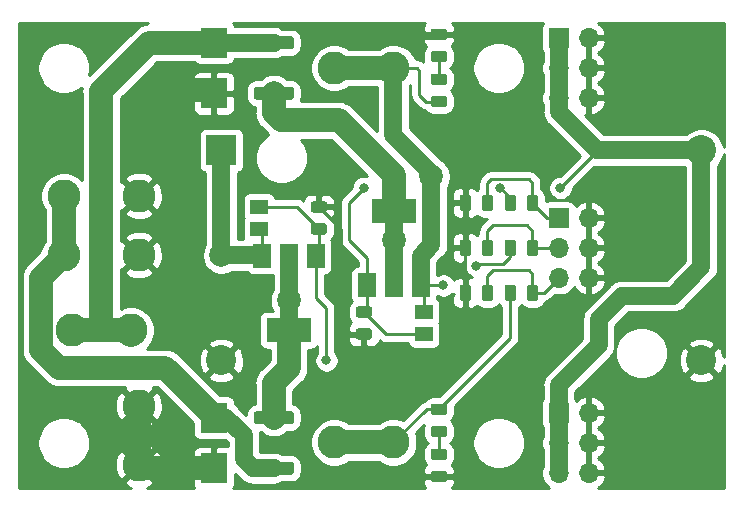
<source format=gbr>
G04 #@! TF.GenerationSoftware,KiCad,Pcbnew,(5.1.8)-1*
G04 #@! TF.CreationDate,2022-10-22T17:33:47+02:00*
G04 #@! TF.ProjectId,RP_LM2596-KfzPowerSafeguard,52505f4c-4d32-4353-9936-2d4b667a506f,rev?*
G04 #@! TF.SameCoordinates,Original*
G04 #@! TF.FileFunction,Copper,L1,Top*
G04 #@! TF.FilePolarity,Positive*
%FSLAX46Y46*%
G04 Gerber Fmt 4.6, Leading zero omitted, Abs format (unit mm)*
G04 Created by KiCad (PCBNEW (5.1.8)-1) date 2022-10-22 17:33:47*
%MOMM*%
%LPD*%
G01*
G04 APERTURE LIST*
G04 #@! TA.AperFunction,ComponentPad*
%ADD10R,2.540000X2.540000*%
G04 #@! TD*
G04 #@! TA.AperFunction,ComponentPad*
%ADD11C,2.540000*%
G04 #@! TD*
G04 #@! TA.AperFunction,SMDPad,CuDef*
%ADD12R,2.300000X2.500000*%
G04 #@! TD*
G04 #@! TA.AperFunction,SMDPad,CuDef*
%ADD13R,1.500000X1.200000*%
G04 #@! TD*
G04 #@! TA.AperFunction,SMDPad,CuDef*
%ADD14R,3.800000X2.000000*%
G04 #@! TD*
G04 #@! TA.AperFunction,SMDPad,CuDef*
%ADD15R,1.500000X2.000000*%
G04 #@! TD*
G04 #@! TA.AperFunction,ComponentPad*
%ADD16C,2.800000*%
G04 #@! TD*
G04 #@! TA.AperFunction,ComponentPad*
%ADD17R,1.700000X1.700000*%
G04 #@! TD*
G04 #@! TA.AperFunction,ComponentPad*
%ADD18O,1.700000X1.700000*%
G04 #@! TD*
G04 #@! TA.AperFunction,ViaPad*
%ADD19C,2.000000*%
G04 #@! TD*
G04 #@! TA.AperFunction,ViaPad*
%ADD20C,0.800000*%
G04 #@! TD*
G04 #@! TA.AperFunction,Conductor*
%ADD21C,2.000000*%
G04 #@! TD*
G04 #@! TA.AperFunction,Conductor*
%ADD22C,0.250000*%
G04 #@! TD*
G04 #@! TA.AperFunction,Conductor*
%ADD23C,1.500000*%
G04 #@! TD*
G04 #@! TA.AperFunction,Conductor*
%ADD24C,0.254000*%
G04 #@! TD*
G04 #@! TA.AperFunction,Conductor*
%ADD25C,0.100000*%
G04 #@! TD*
G04 APERTURE END LIST*
D10*
X98425000Y-71120000D03*
D11*
X98425000Y-88900000D03*
X139065000Y-71120000D03*
X139065000Y-88900000D03*
D12*
X97790000Y-98035000D03*
X97790000Y-93735000D03*
X97790000Y-61985000D03*
X97790000Y-66285000D03*
D13*
X101600000Y-77785000D03*
X101600000Y-75885000D03*
X115570000Y-86675000D03*
X115570000Y-84775000D03*
G04 #@! TA.AperFunction,SMDPad,CuDef*
G36*
G01*
X104320001Y-66835000D02*
X101419999Y-66835000D01*
G75*
G02*
X101170000Y-66585001I0J249999D01*
G01*
X101170000Y-65959999D01*
G75*
G02*
X101419999Y-65710000I249999J0D01*
G01*
X104320001Y-65710000D01*
G75*
G02*
X104570000Y-65959999I0J-249999D01*
G01*
X104570000Y-66585001D01*
G75*
G02*
X104320001Y-66835000I-249999J0D01*
G01*
G37*
G04 #@! TD.AperFunction*
G04 #@! TA.AperFunction,SMDPad,CuDef*
G36*
G01*
X104320001Y-62560000D02*
X101419999Y-62560000D01*
G75*
G02*
X101170000Y-62310001I0J249999D01*
G01*
X101170000Y-61684999D01*
G75*
G02*
X101419999Y-61435000I249999J0D01*
G01*
X104320001Y-61435000D01*
G75*
G02*
X104570000Y-61684999I0J-249999D01*
G01*
X104570000Y-62310001D01*
G75*
G02*
X104320001Y-62560000I-249999J0D01*
G01*
G37*
G04 #@! TD.AperFunction*
G04 #@! TA.AperFunction,SMDPad,CuDef*
G36*
G01*
X101419999Y-97460000D02*
X104320001Y-97460000D01*
G75*
G02*
X104570000Y-97709999I0J-249999D01*
G01*
X104570000Y-98335001D01*
G75*
G02*
X104320001Y-98585000I-249999J0D01*
G01*
X101419999Y-98585000D01*
G75*
G02*
X101170000Y-98335001I0J249999D01*
G01*
X101170000Y-97709999D01*
G75*
G02*
X101419999Y-97460000I249999J0D01*
G01*
G37*
G04 #@! TD.AperFunction*
G04 #@! TA.AperFunction,SMDPad,CuDef*
G36*
G01*
X101419999Y-93185000D02*
X104320001Y-93185000D01*
G75*
G02*
X104570000Y-93434999I0J-249999D01*
G01*
X104570000Y-94060001D01*
G75*
G02*
X104320001Y-94310000I-249999J0D01*
G01*
X101419999Y-94310000D01*
G75*
G02*
X101170000Y-94060001I0J249999D01*
G01*
X101170000Y-93434999D01*
G75*
G02*
X101419999Y-93185000I249999J0D01*
G01*
G37*
G04 #@! TD.AperFunction*
D14*
X104140000Y-86335000D03*
D15*
X104140000Y-80035000D03*
X101840000Y-80035000D03*
X106440000Y-80035000D03*
X110730000Y-82525000D03*
X115330000Y-82525000D03*
X113030000Y-82525000D03*
D14*
X113030000Y-76225000D03*
G04 #@! TA.AperFunction,SMDPad,CuDef*
G36*
G01*
X107136250Y-78260000D02*
X106223750Y-78260000D01*
G75*
G02*
X105980000Y-78016250I0J243750D01*
G01*
X105980000Y-77528750D01*
G75*
G02*
X106223750Y-77285000I243750J0D01*
G01*
X107136250Y-77285000D01*
G75*
G02*
X107380000Y-77528750I0J-243750D01*
G01*
X107380000Y-78016250D01*
G75*
G02*
X107136250Y-78260000I-243750J0D01*
G01*
G37*
G04 #@! TD.AperFunction*
G04 #@! TA.AperFunction,SMDPad,CuDef*
G36*
G01*
X107136250Y-76385000D02*
X106223750Y-76385000D01*
G75*
G02*
X105980000Y-76141250I0J243750D01*
G01*
X105980000Y-75653750D01*
G75*
G02*
X106223750Y-75410000I243750J0D01*
G01*
X107136250Y-75410000D01*
G75*
G02*
X107380000Y-75653750I0J-243750D01*
G01*
X107380000Y-76141250D01*
G75*
G02*
X107136250Y-76385000I-243750J0D01*
G01*
G37*
G04 #@! TD.AperFunction*
G04 #@! TA.AperFunction,SMDPad,CuDef*
G36*
G01*
X110033750Y-86175000D02*
X110946250Y-86175000D01*
G75*
G02*
X111190000Y-86418750I0J-243750D01*
G01*
X111190000Y-86906250D01*
G75*
G02*
X110946250Y-87150000I-243750J0D01*
G01*
X110033750Y-87150000D01*
G75*
G02*
X109790000Y-86906250I0J243750D01*
G01*
X109790000Y-86418750D01*
G75*
G02*
X110033750Y-86175000I243750J0D01*
G01*
G37*
G04 #@! TD.AperFunction*
G04 #@! TA.AperFunction,SMDPad,CuDef*
G36*
G01*
X110033750Y-84300000D02*
X110946250Y-84300000D01*
G75*
G02*
X111190000Y-84543750I0J-243750D01*
G01*
X111190000Y-85031250D01*
G75*
G02*
X110946250Y-85275000I-243750J0D01*
G01*
X110033750Y-85275000D01*
G75*
G02*
X109790000Y-85031250I0J243750D01*
G01*
X109790000Y-84543750D01*
G75*
G02*
X110033750Y-84300000I243750J0D01*
G01*
G37*
G04 #@! TD.AperFunction*
D16*
X85090000Y-79970000D03*
X85090000Y-74970000D03*
X91440000Y-74970000D03*
X91440000Y-79970000D03*
X85765000Y-86360000D03*
X90765000Y-86360000D03*
G04 #@! TA.AperFunction,SMDPad,CuDef*
G36*
G01*
X117296250Y-97340000D02*
X116383750Y-97340000D01*
G75*
G02*
X116140000Y-97096250I0J243750D01*
G01*
X116140000Y-96608750D01*
G75*
G02*
X116383750Y-96365000I243750J0D01*
G01*
X117296250Y-96365000D01*
G75*
G02*
X117540000Y-96608750I0J-243750D01*
G01*
X117540000Y-97096250D01*
G75*
G02*
X117296250Y-97340000I-243750J0D01*
G01*
G37*
G04 #@! TD.AperFunction*
G04 #@! TA.AperFunction,SMDPad,CuDef*
G36*
G01*
X117296250Y-99215000D02*
X116383750Y-99215000D01*
G75*
G02*
X116140000Y-98971250I0J243750D01*
G01*
X116140000Y-98483750D01*
G75*
G02*
X116383750Y-98240000I243750J0D01*
G01*
X117296250Y-98240000D01*
G75*
G02*
X117540000Y-98483750I0J-243750D01*
G01*
X117540000Y-98971250D01*
G75*
G02*
X117296250Y-99215000I-243750J0D01*
G01*
G37*
G04 #@! TD.AperFunction*
G04 #@! TA.AperFunction,SMDPad,CuDef*
G36*
G01*
X116383750Y-60805000D02*
X117296250Y-60805000D01*
G75*
G02*
X117540000Y-61048750I0J-243750D01*
G01*
X117540000Y-61536250D01*
G75*
G02*
X117296250Y-61780000I-243750J0D01*
G01*
X116383750Y-61780000D01*
G75*
G02*
X116140000Y-61536250I0J243750D01*
G01*
X116140000Y-61048750D01*
G75*
G02*
X116383750Y-60805000I243750J0D01*
G01*
G37*
G04 #@! TD.AperFunction*
G04 #@! TA.AperFunction,SMDPad,CuDef*
G36*
G01*
X116383750Y-62680000D02*
X117296250Y-62680000D01*
G75*
G02*
X117540000Y-62923750I0J-243750D01*
G01*
X117540000Y-63411250D01*
G75*
G02*
X117296250Y-63655000I-243750J0D01*
G01*
X116383750Y-63655000D01*
G75*
G02*
X116140000Y-63411250I0J243750D01*
G01*
X116140000Y-62923750D01*
G75*
G02*
X116383750Y-62680000I243750J0D01*
G01*
G37*
G04 #@! TD.AperFunction*
G04 #@! TA.AperFunction,SMDPad,CuDef*
G36*
G01*
X116383750Y-92555000D02*
X117296250Y-92555000D01*
G75*
G02*
X117540000Y-92798750I0J-243750D01*
G01*
X117540000Y-93286250D01*
G75*
G02*
X117296250Y-93530000I-243750J0D01*
G01*
X116383750Y-93530000D01*
G75*
G02*
X116140000Y-93286250I0J243750D01*
G01*
X116140000Y-92798750D01*
G75*
G02*
X116383750Y-92555000I243750J0D01*
G01*
G37*
G04 #@! TD.AperFunction*
G04 #@! TA.AperFunction,SMDPad,CuDef*
G36*
G01*
X116383750Y-94430000D02*
X117296250Y-94430000D01*
G75*
G02*
X117540000Y-94673750I0J-243750D01*
G01*
X117540000Y-95161250D01*
G75*
G02*
X117296250Y-95405000I-243750J0D01*
G01*
X116383750Y-95405000D01*
G75*
G02*
X116140000Y-95161250I0J243750D01*
G01*
X116140000Y-94673750D01*
G75*
G02*
X116383750Y-94430000I243750J0D01*
G01*
G37*
G04 #@! TD.AperFunction*
G04 #@! TA.AperFunction,SMDPad,CuDef*
G36*
G01*
X117296250Y-65590001D02*
X116383750Y-65590001D01*
G75*
G02*
X116140000Y-65346251I0J243750D01*
G01*
X116140000Y-64858751D01*
G75*
G02*
X116383750Y-64615001I243750J0D01*
G01*
X117296250Y-64615001D01*
G75*
G02*
X117540000Y-64858751I0J-243750D01*
G01*
X117540000Y-65346251D01*
G75*
G02*
X117296250Y-65590001I-243750J0D01*
G01*
G37*
G04 #@! TD.AperFunction*
G04 #@! TA.AperFunction,SMDPad,CuDef*
G36*
G01*
X117296250Y-67465001D02*
X116383750Y-67465001D01*
G75*
G02*
X116140000Y-67221251I0J243750D01*
G01*
X116140000Y-66733751D01*
G75*
G02*
X116383750Y-66490001I243750J0D01*
G01*
X117296250Y-66490001D01*
G75*
G02*
X117540000Y-66733751I0J-243750D01*
G01*
X117540000Y-67221251D01*
G75*
G02*
X117296250Y-67465001I-243750J0D01*
G01*
G37*
G04 #@! TD.AperFunction*
X107990000Y-95845000D03*
X112990000Y-95845000D03*
X91440000Y-97750000D03*
X91440000Y-92750000D03*
X107990000Y-64135000D03*
X112990000Y-64135000D03*
G04 #@! TA.AperFunction,SMDPad,CuDef*
G36*
G01*
X122400000Y-83641250D02*
X122400000Y-82728750D01*
G75*
G02*
X122643750Y-82485000I243750J0D01*
G01*
X123131250Y-82485000D01*
G75*
G02*
X123375000Y-82728750I0J-243750D01*
G01*
X123375000Y-83641250D01*
G75*
G02*
X123131250Y-83885000I-243750J0D01*
G01*
X122643750Y-83885000D01*
G75*
G02*
X122400000Y-83641250I0J243750D01*
G01*
G37*
G04 #@! TD.AperFunction*
G04 #@! TA.AperFunction,SMDPad,CuDef*
G36*
G01*
X124275000Y-83641250D02*
X124275000Y-82728750D01*
G75*
G02*
X124518750Y-82485000I243750J0D01*
G01*
X125006250Y-82485000D01*
G75*
G02*
X125250000Y-82728750I0J-243750D01*
G01*
X125250000Y-83641250D01*
G75*
G02*
X125006250Y-83885000I-243750J0D01*
G01*
X124518750Y-83885000D01*
G75*
G02*
X124275000Y-83641250I0J243750D01*
G01*
G37*
G04 #@! TD.AperFunction*
G04 #@! TA.AperFunction,SMDPad,CuDef*
G36*
G01*
X119565000Y-82728750D02*
X119565000Y-83641250D01*
G75*
G02*
X119321250Y-83885000I-243750J0D01*
G01*
X118833750Y-83885000D01*
G75*
G02*
X118590000Y-83641250I0J243750D01*
G01*
X118590000Y-82728750D01*
G75*
G02*
X118833750Y-82485000I243750J0D01*
G01*
X119321250Y-82485000D01*
G75*
G02*
X119565000Y-82728750I0J-243750D01*
G01*
G37*
G04 #@! TD.AperFunction*
G04 #@! TA.AperFunction,SMDPad,CuDef*
G36*
G01*
X121440000Y-82728750D02*
X121440000Y-83641250D01*
G75*
G02*
X121196250Y-83885000I-243750J0D01*
G01*
X120708750Y-83885000D01*
G75*
G02*
X120465000Y-83641250I0J243750D01*
G01*
X120465000Y-82728750D01*
G75*
G02*
X120708750Y-82485000I243750J0D01*
G01*
X121196250Y-82485000D01*
G75*
G02*
X121440000Y-82728750I0J-243750D01*
G01*
G37*
G04 #@! TD.AperFunction*
G04 #@! TA.AperFunction,SMDPad,CuDef*
G36*
G01*
X122400000Y-79831250D02*
X122400000Y-78918750D01*
G75*
G02*
X122643750Y-78675000I243750J0D01*
G01*
X123131250Y-78675000D01*
G75*
G02*
X123375000Y-78918750I0J-243750D01*
G01*
X123375000Y-79831250D01*
G75*
G02*
X123131250Y-80075000I-243750J0D01*
G01*
X122643750Y-80075000D01*
G75*
G02*
X122400000Y-79831250I0J243750D01*
G01*
G37*
G04 #@! TD.AperFunction*
G04 #@! TA.AperFunction,SMDPad,CuDef*
G36*
G01*
X124275000Y-79831250D02*
X124275000Y-78918750D01*
G75*
G02*
X124518750Y-78675000I243750J0D01*
G01*
X125006250Y-78675000D01*
G75*
G02*
X125250000Y-78918750I0J-243750D01*
G01*
X125250000Y-79831250D01*
G75*
G02*
X125006250Y-80075000I-243750J0D01*
G01*
X124518750Y-80075000D01*
G75*
G02*
X124275000Y-79831250I0J243750D01*
G01*
G37*
G04 #@! TD.AperFunction*
G04 #@! TA.AperFunction,SMDPad,CuDef*
G36*
G01*
X119565000Y-78918750D02*
X119565000Y-79831250D01*
G75*
G02*
X119321250Y-80075000I-243750J0D01*
G01*
X118833750Y-80075000D01*
G75*
G02*
X118590000Y-79831250I0J243750D01*
G01*
X118590000Y-78918750D01*
G75*
G02*
X118833750Y-78675000I243750J0D01*
G01*
X119321250Y-78675000D01*
G75*
G02*
X119565000Y-78918750I0J-243750D01*
G01*
G37*
G04 #@! TD.AperFunction*
G04 #@! TA.AperFunction,SMDPad,CuDef*
G36*
G01*
X121440000Y-78918750D02*
X121440000Y-79831250D01*
G75*
G02*
X121196250Y-80075000I-243750J0D01*
G01*
X120708750Y-80075000D01*
G75*
G02*
X120465000Y-79831250I0J243750D01*
G01*
X120465000Y-78918750D01*
G75*
G02*
X120708750Y-78675000I243750J0D01*
G01*
X121196250Y-78675000D01*
G75*
G02*
X121440000Y-78918750I0J-243750D01*
G01*
G37*
G04 #@! TD.AperFunction*
D17*
X127000000Y-61595000D03*
D18*
X129540000Y-61595000D03*
X127000000Y-64135000D03*
X129540000Y-64135000D03*
X127000000Y-66675000D03*
X129540000Y-66675000D03*
X129540000Y-98425000D03*
X127000000Y-98425000D03*
X129540000Y-95885000D03*
X127000000Y-95885000D03*
X129540000Y-93345000D03*
D17*
X127000000Y-93345000D03*
G04 #@! TA.AperFunction,SMDPad,CuDef*
G36*
G01*
X124275000Y-76021250D02*
X124275000Y-75108750D01*
G75*
G02*
X124518750Y-74865000I243750J0D01*
G01*
X125006250Y-74865000D01*
G75*
G02*
X125250000Y-75108750I0J-243750D01*
G01*
X125250000Y-76021250D01*
G75*
G02*
X125006250Y-76265000I-243750J0D01*
G01*
X124518750Y-76265000D01*
G75*
G02*
X124275000Y-76021250I0J243750D01*
G01*
G37*
G04 #@! TD.AperFunction*
G04 #@! TA.AperFunction,SMDPad,CuDef*
G36*
G01*
X122400000Y-76021250D02*
X122400000Y-75108750D01*
G75*
G02*
X122643750Y-74865000I243750J0D01*
G01*
X123131250Y-74865000D01*
G75*
G02*
X123375000Y-75108750I0J-243750D01*
G01*
X123375000Y-76021250D01*
G75*
G02*
X123131250Y-76265000I-243750J0D01*
G01*
X122643750Y-76265000D01*
G75*
G02*
X122400000Y-76021250I0J243750D01*
G01*
G37*
G04 #@! TD.AperFunction*
G04 #@! TA.AperFunction,SMDPad,CuDef*
G36*
G01*
X121440000Y-75108750D02*
X121440000Y-76021250D01*
G75*
G02*
X121196250Y-76265000I-243750J0D01*
G01*
X120708750Y-76265000D01*
G75*
G02*
X120465000Y-76021250I0J243750D01*
G01*
X120465000Y-75108750D01*
G75*
G02*
X120708750Y-74865000I243750J0D01*
G01*
X121196250Y-74865000D01*
G75*
G02*
X121440000Y-75108750I0J-243750D01*
G01*
G37*
G04 #@! TD.AperFunction*
G04 #@! TA.AperFunction,SMDPad,CuDef*
G36*
G01*
X119565000Y-75108750D02*
X119565000Y-76021250D01*
G75*
G02*
X119321250Y-76265000I-243750J0D01*
G01*
X118833750Y-76265000D01*
G75*
G02*
X118590000Y-76021250I0J243750D01*
G01*
X118590000Y-75108750D01*
G75*
G02*
X118833750Y-74865000I243750J0D01*
G01*
X119321250Y-74865000D01*
G75*
G02*
X119565000Y-75108750I0J-243750D01*
G01*
G37*
G04 #@! TD.AperFunction*
X127000000Y-76835000D03*
D18*
X129540000Y-76835000D03*
X127000000Y-79375000D03*
X129540000Y-79375000D03*
X127000000Y-81915000D03*
X129540000Y-81915000D03*
D19*
X92710000Y-66040000D03*
D20*
X106680000Y-74168000D03*
X118491000Y-73279000D03*
X114046000Y-98298000D03*
X114300000Y-61595000D03*
D19*
X98425000Y-80010000D03*
D20*
X120015000Y-80899000D03*
X117221000Y-82550000D03*
D19*
X116205000Y-73320000D03*
D20*
X122047000Y-74258000D03*
X127127000Y-74295000D03*
X107315000Y-88900000D03*
X110490000Y-74295000D03*
D19*
X113030000Y-78740000D03*
X104140000Y-83820000D03*
D21*
X91440000Y-92750000D02*
X91440000Y-97750000D01*
X91725000Y-98035000D02*
X91440000Y-97750000D01*
X97790000Y-98035000D02*
X91725000Y-98035000D01*
X97545000Y-66040000D02*
X97790000Y-66285000D01*
X92710000Y-66040000D02*
X97545000Y-66040000D01*
D22*
X106680000Y-75897500D02*
X106680000Y-74168000D01*
X119077500Y-75565000D02*
X119077500Y-79375000D01*
X119077500Y-80175000D02*
X119077500Y-83185000D01*
X119077500Y-79375000D02*
X119077500Y-80175000D01*
X108585000Y-77802500D02*
X106680000Y-75897500D01*
X108585000Y-85979000D02*
X108585000Y-77802500D01*
X110490000Y-86662500D02*
X109268500Y-86662500D01*
X109268500Y-86662500D02*
X108585000Y-85979000D01*
X119077500Y-75565000D02*
X119077500Y-73865500D01*
X119077500Y-73865500D02*
X118491000Y-73279000D01*
X116840000Y-98727500D02*
X114475500Y-98727500D01*
X114475500Y-98727500D02*
X114046000Y-98298000D01*
X119077500Y-87297500D02*
X119077500Y-83185000D01*
X118110000Y-88265000D02*
X119077500Y-87297500D01*
X110998000Y-88265000D02*
X118110000Y-88265000D01*
X110490000Y-87757000D02*
X110998000Y-88265000D01*
X110490000Y-86662500D02*
X110490000Y-87757000D01*
X116537500Y-61595000D02*
X116840000Y-61292500D01*
X114300000Y-61595000D02*
X116537500Y-61595000D01*
D23*
X98815000Y-93735000D02*
X97790000Y-93735000D01*
X100330000Y-95250000D02*
X98815000Y-93735000D01*
X100330000Y-97282500D02*
X100330000Y-95250000D01*
X101070000Y-98022500D02*
X100330000Y-97282500D01*
X102870000Y-98022500D02*
X101070000Y-98022500D01*
D21*
X85090000Y-74970000D02*
X85090000Y-79970000D01*
X83164999Y-81895001D02*
X83164999Y-87990999D01*
X85090000Y-79970000D02*
X83164999Y-81895001D01*
X83164999Y-87990999D02*
X84709000Y-89535000D01*
X97790000Y-93635000D02*
X97790000Y-93735000D01*
X93690000Y-89535000D02*
X97790000Y-93635000D01*
X84709000Y-89535000D02*
X93690000Y-89535000D01*
X90765000Y-86360000D02*
X90765000Y-86710000D01*
X97802500Y-61997500D02*
X97790000Y-61985000D01*
D23*
X102857500Y-61985000D02*
X102870000Y-61997500D01*
D21*
X92320000Y-61985000D02*
X97790000Y-61985000D01*
X88265000Y-66167000D02*
X88201500Y-66103500D01*
X88265000Y-86360000D02*
X88265000Y-66167000D01*
X88201500Y-66103500D02*
X92320000Y-61985000D01*
X88265000Y-86360000D02*
X85765000Y-86360000D01*
X90765000Y-86360000D02*
X88265000Y-86360000D01*
D23*
X97790000Y-61985000D02*
X102857500Y-61985000D01*
X98425000Y-78870000D02*
X98425000Y-71120000D01*
X98425000Y-78870000D02*
X98425000Y-80010000D01*
X101815000Y-80010000D02*
X101840000Y-80035000D01*
X98425000Y-80010000D02*
X101815000Y-80010000D01*
D21*
X107990000Y-95845000D02*
X112990000Y-95845000D01*
D22*
X101840000Y-78025000D02*
X101600000Y-77785000D01*
X101840000Y-80035000D02*
X101840000Y-78025000D01*
X115792500Y-93042500D02*
X116840000Y-93042500D01*
X112990000Y-95845000D02*
X115792500Y-93042500D01*
X122887500Y-86995000D02*
X122887500Y-83185000D01*
X116840000Y-93042500D02*
X122887500Y-86995000D01*
D21*
X107990000Y-64135000D02*
X112990000Y-64135000D01*
D23*
X115330000Y-80025000D02*
X116205000Y-79150000D01*
X115330000Y-82525000D02*
X115330000Y-80025000D01*
X116205000Y-79150000D02*
X116205000Y-73025000D01*
X112990000Y-69810000D02*
X112990000Y-64135000D01*
X116205000Y-73025000D02*
X112990000Y-69810000D01*
D22*
X115570000Y-82765000D02*
X115330000Y-82525000D01*
X115570000Y-84775000D02*
X115570000Y-82765000D01*
X115745501Y-66977501D02*
X116840000Y-66977501D01*
X115189000Y-66421000D02*
X115745501Y-66977501D01*
X115189000Y-64354102D02*
X115189000Y-66421000D01*
X112990000Y-64135000D02*
X114969898Y-64135000D01*
X114969898Y-64135000D02*
X115189000Y-64354102D01*
X122887500Y-80175000D02*
X122290500Y-80772000D01*
X122887500Y-79375000D02*
X122887500Y-80175000D01*
X122290500Y-80772000D02*
X120142000Y-80772000D01*
X120142000Y-80772000D02*
X120015000Y-80899000D01*
X115355000Y-82550000D02*
X115330000Y-82525000D01*
X117221000Y-82550000D02*
X115355000Y-82550000D01*
X116840000Y-94917500D02*
X116840000Y-96852500D01*
X116840000Y-65102501D02*
X116840000Y-63167500D01*
D23*
X127000000Y-61595000D02*
X127000000Y-64135000D01*
X127000000Y-64135000D02*
X127000000Y-66675000D01*
X139065000Y-73660000D02*
X139065000Y-71120000D01*
X127000000Y-98425000D02*
X127000000Y-95885000D01*
X127000000Y-95885000D02*
X127000000Y-93345000D01*
X132334000Y-83439000D02*
X136652000Y-83439000D01*
X139065000Y-81026000D02*
X139065000Y-73660000D01*
X136652000Y-83439000D02*
X139065000Y-81026000D01*
X137268949Y-71120000D02*
X139065000Y-71120000D01*
X130242919Y-71120000D02*
X137268949Y-71120000D01*
X127000000Y-67877081D02*
X130242919Y-71120000D01*
X127000000Y-66675000D02*
X127000000Y-67877081D01*
X130365500Y-87629500D02*
X130365500Y-85407500D01*
X127000000Y-90995000D02*
X130365500Y-87629500D01*
X127000000Y-93345000D02*
X127000000Y-90995000D01*
X130365500Y-85407500D02*
X132334000Y-83439000D01*
D22*
X122887500Y-75565000D02*
X122887500Y-75098500D01*
X122887500Y-75098500D02*
X122047000Y-74258000D01*
X130242919Y-71179081D02*
X130242919Y-71120000D01*
X127127000Y-74295000D02*
X130242919Y-71179081D01*
X120952500Y-83185000D02*
X120952500Y-81739500D01*
X120952500Y-81739500D02*
X121412000Y-81280000D01*
X121412000Y-81280000D02*
X124460000Y-81280000D01*
X124762500Y-81582500D02*
X124762500Y-83185000D01*
X124460000Y-81280000D02*
X124762500Y-81582500D01*
X125730000Y-83185000D02*
X127000000Y-81915000D01*
X124762500Y-83185000D02*
X125730000Y-83185000D01*
X120952500Y-79375000D02*
X120952500Y-77929500D01*
X120952500Y-77929500D02*
X121412000Y-77470000D01*
X121412000Y-77470000D02*
X124333000Y-77470000D01*
X124762500Y-77899500D02*
X124762500Y-79375000D01*
X124333000Y-77470000D02*
X124762500Y-77899500D01*
X124762500Y-79375000D02*
X127000000Y-79375000D01*
X120952500Y-75565000D02*
X120952500Y-73865500D01*
X120952500Y-73865500D02*
X121285000Y-73533000D01*
X121285000Y-73533000D02*
X124460000Y-73533000D01*
X124762500Y-73835500D02*
X124762500Y-75565000D01*
X124460000Y-73533000D02*
X124762500Y-73835500D01*
X126032500Y-76835000D02*
X127000000Y-76835000D01*
X124762500Y-75565000D02*
X126032500Y-76835000D01*
X104792500Y-75885000D02*
X106680000Y-77772500D01*
X101600000Y-75885000D02*
X104792500Y-75885000D01*
X106680000Y-79795000D02*
X106440000Y-80035000D01*
X106680000Y-77772500D02*
X106680000Y-79795000D01*
X106440000Y-80035000D02*
X106440000Y-83580000D01*
X106440000Y-83580000D02*
X107315000Y-84455000D01*
X107315000Y-84455000D02*
X107315000Y-88900000D01*
X110730000Y-84547500D02*
X110490000Y-84787500D01*
X110730000Y-82525000D02*
X110730000Y-84547500D01*
X112377500Y-86675000D02*
X110490000Y-84787500D01*
X115570000Y-86675000D02*
X112377500Y-86675000D01*
X110730000Y-82525000D02*
X110730000Y-80250000D01*
X110730000Y-80250000D02*
X109220000Y-78740000D01*
X109220000Y-78740000D02*
X109220000Y-75565000D01*
X109220000Y-75565000D02*
X110490000Y-74295000D01*
D21*
X113030000Y-73225000D02*
X108385000Y-68580000D01*
X113030000Y-76225000D02*
X113030000Y-73225000D01*
X108385000Y-68580000D02*
X103505000Y-68580000D01*
X102870000Y-67945000D02*
X102870000Y-66272500D01*
X103505000Y-68580000D02*
X102870000Y-67945000D01*
D23*
X113030000Y-82525000D02*
X113030000Y-78740000D01*
X113030000Y-78740000D02*
X113030000Y-76225000D01*
D21*
X102870000Y-93747500D02*
X102870000Y-90805000D01*
X104140000Y-89535000D02*
X104140000Y-86335000D01*
X102870000Y-90805000D02*
X104140000Y-89535000D01*
D23*
X104140000Y-83185000D02*
X104140000Y-83820000D01*
X104140000Y-83185000D02*
X104140000Y-80035000D01*
X104140000Y-86335000D02*
X104140000Y-83185000D01*
D24*
X91999483Y-60373657D02*
X91746146Y-60450506D01*
X91691285Y-60467148D01*
X91407248Y-60618969D01*
X91158286Y-60823286D01*
X91107084Y-60885676D01*
X87247372Y-64745390D01*
X87325000Y-64355128D01*
X87325000Y-63914872D01*
X87239110Y-63483075D01*
X87070631Y-63076331D01*
X86826038Y-62710271D01*
X86514729Y-62398962D01*
X86148669Y-62154369D01*
X85741925Y-61985890D01*
X85310128Y-61900000D01*
X84869872Y-61900000D01*
X84438075Y-61985890D01*
X84031331Y-62154369D01*
X83665271Y-62398962D01*
X83353962Y-62710271D01*
X83109369Y-63076331D01*
X82940890Y-63483075D01*
X82855000Y-63914872D01*
X82855000Y-64355128D01*
X82940890Y-64786925D01*
X83109369Y-65193669D01*
X83353962Y-65559729D01*
X83665271Y-65871038D01*
X84031331Y-66115631D01*
X84438075Y-66284110D01*
X84869872Y-66370000D01*
X85310128Y-66370000D01*
X85741925Y-66284110D01*
X86148669Y-66115631D01*
X86514729Y-65871038D01*
X86588779Y-65796988D01*
X86558589Y-66103500D01*
X86590158Y-66424016D01*
X86630001Y-66555362D01*
X86630001Y-73632077D01*
X86387237Y-73389313D01*
X86053934Y-73166607D01*
X85683587Y-73013204D01*
X85290430Y-72935000D01*
X84889570Y-72935000D01*
X84496413Y-73013204D01*
X84126066Y-73166607D01*
X83792763Y-73389313D01*
X83509313Y-73672763D01*
X83286607Y-74006066D01*
X83133204Y-74376413D01*
X83055000Y-74769570D01*
X83055000Y-75170430D01*
X83133204Y-75563587D01*
X83286607Y-75933934D01*
X83455000Y-76185952D01*
X83455001Y-78754047D01*
X83286607Y-79006066D01*
X83133204Y-79376413D01*
X83074072Y-79673689D01*
X82065685Y-80682077D01*
X82003285Y-80733287D01*
X81798968Y-80982250D01*
X81647147Y-81266287D01*
X81553656Y-81574486D01*
X81533809Y-81775997D01*
X81522088Y-81895001D01*
X81529999Y-81975321D01*
X81530000Y-87910670D01*
X81522088Y-87990999D01*
X81553657Y-88311515D01*
X81647147Y-88619713D01*
X81648502Y-88622248D01*
X81798969Y-88903751D01*
X82003286Y-89152713D01*
X82065681Y-89203919D01*
X83496079Y-90634318D01*
X83547286Y-90696714D01*
X83796248Y-90901031D01*
X84080285Y-91052852D01*
X84388484Y-91146343D01*
X84628678Y-91170000D01*
X84628680Y-91170000D01*
X84708999Y-91177911D01*
X84789319Y-91170000D01*
X90274396Y-91170000D01*
X90199158Y-91329553D01*
X91440000Y-92570395D01*
X92680842Y-91329553D01*
X92605604Y-91170000D01*
X93012762Y-91170000D01*
X96001928Y-94159168D01*
X96001928Y-94985000D01*
X96014188Y-95109482D01*
X96050498Y-95229180D01*
X96109463Y-95339494D01*
X96188815Y-95436185D01*
X96285506Y-95515537D01*
X96395820Y-95574502D01*
X96515518Y-95610812D01*
X96640000Y-95623072D01*
X98744386Y-95623072D01*
X98945001Y-95823686D01*
X98945001Y-96147420D01*
X98940000Y-96146928D01*
X98075750Y-96150000D01*
X97917000Y-96308750D01*
X97917000Y-97908000D01*
X97937000Y-97908000D01*
X97937000Y-98162000D01*
X97917000Y-98162000D01*
X97917000Y-98182000D01*
X97663000Y-98182000D01*
X97663000Y-98162000D01*
X96163750Y-98162000D01*
X96005000Y-98320750D01*
X96001928Y-99285000D01*
X96014188Y-99409482D01*
X96050498Y-99529180D01*
X96109463Y-99639494D01*
X96134499Y-99670000D01*
X92115758Y-99670000D01*
X92265540Y-99620795D01*
X92536865Y-99475770D01*
X92680842Y-99170447D01*
X91440000Y-97929605D01*
X90199158Y-99170447D01*
X90343135Y-99475770D01*
X90700892Y-99656597D01*
X90749012Y-99670000D01*
X81305000Y-99670000D01*
X81305000Y-95664872D01*
X82855000Y-95664872D01*
X82855000Y-96105128D01*
X82940890Y-96536925D01*
X83109369Y-96943669D01*
X83353962Y-97309729D01*
X83665271Y-97621038D01*
X84031331Y-97865631D01*
X84438075Y-98034110D01*
X84869872Y-98120000D01*
X85310128Y-98120000D01*
X85741925Y-98034110D01*
X86148669Y-97865631D01*
X86251716Y-97796777D01*
X89395690Y-97796777D01*
X89444096Y-98194704D01*
X89569205Y-98575540D01*
X89714230Y-98846865D01*
X90019553Y-98990842D01*
X91260395Y-97750000D01*
X91619605Y-97750000D01*
X92860447Y-98990842D01*
X93165770Y-98846865D01*
X93346597Y-98489108D01*
X93454155Y-98102947D01*
X93484310Y-97703223D01*
X93435904Y-97305296D01*
X93310795Y-96924460D01*
X93236253Y-96785000D01*
X96001928Y-96785000D01*
X96005000Y-97749250D01*
X96163750Y-97908000D01*
X97663000Y-97908000D01*
X97663000Y-96308750D01*
X97504250Y-96150000D01*
X96640000Y-96146928D01*
X96515518Y-96159188D01*
X96395820Y-96195498D01*
X96285506Y-96254463D01*
X96188815Y-96333815D01*
X96109463Y-96430506D01*
X96050498Y-96540820D01*
X96014188Y-96660518D01*
X96001928Y-96785000D01*
X93236253Y-96785000D01*
X93165770Y-96653135D01*
X92860447Y-96509158D01*
X91619605Y-97750000D01*
X91260395Y-97750000D01*
X90019553Y-96509158D01*
X89714230Y-96653135D01*
X89533403Y-97010892D01*
X89425845Y-97397053D01*
X89395690Y-97796777D01*
X86251716Y-97796777D01*
X86514729Y-97621038D01*
X86826038Y-97309729D01*
X87070631Y-96943669D01*
X87239110Y-96536925D01*
X87280358Y-96329553D01*
X90199158Y-96329553D01*
X91440000Y-97570395D01*
X92680842Y-96329553D01*
X92536865Y-96024230D01*
X92179108Y-95843403D01*
X91792947Y-95735845D01*
X91393223Y-95705690D01*
X90995296Y-95754096D01*
X90614460Y-95879205D01*
X90343135Y-96024230D01*
X90199158Y-96329553D01*
X87280358Y-96329553D01*
X87325000Y-96105128D01*
X87325000Y-95664872D01*
X87239110Y-95233075D01*
X87070631Y-94826331D01*
X86826038Y-94460271D01*
X86536214Y-94170447D01*
X90199158Y-94170447D01*
X90343135Y-94475770D01*
X90700892Y-94656597D01*
X91087053Y-94764155D01*
X91486777Y-94794310D01*
X91884704Y-94745904D01*
X92265540Y-94620795D01*
X92536865Y-94475770D01*
X92680842Y-94170447D01*
X91440000Y-92929605D01*
X90199158Y-94170447D01*
X86536214Y-94170447D01*
X86514729Y-94148962D01*
X86148669Y-93904369D01*
X85741925Y-93735890D01*
X85310128Y-93650000D01*
X84869872Y-93650000D01*
X84438075Y-93735890D01*
X84031331Y-93904369D01*
X83665271Y-94148962D01*
X83353962Y-94460271D01*
X83109369Y-94826331D01*
X82940890Y-95233075D01*
X82855000Y-95664872D01*
X81305000Y-95664872D01*
X81305000Y-92796777D01*
X89395690Y-92796777D01*
X89444096Y-93194704D01*
X89569205Y-93575540D01*
X89714230Y-93846865D01*
X90019553Y-93990842D01*
X91260395Y-92750000D01*
X91619605Y-92750000D01*
X92860447Y-93990842D01*
X93165770Y-93846865D01*
X93346597Y-93489108D01*
X93454155Y-93102947D01*
X93484310Y-92703223D01*
X93435904Y-92305296D01*
X93310795Y-91924460D01*
X93165770Y-91653135D01*
X92860447Y-91509158D01*
X91619605Y-92750000D01*
X91260395Y-92750000D01*
X90019553Y-91509158D01*
X89714230Y-91653135D01*
X89533403Y-92010892D01*
X89425845Y-92397053D01*
X89395690Y-92796777D01*
X81305000Y-92796777D01*
X81305000Y-60350000D01*
X92239670Y-60350000D01*
X91999483Y-60373657D01*
G04 #@! TA.AperFunction,Conductor*
D25*
G36*
X91999483Y-60373657D02*
G01*
X91746146Y-60450506D01*
X91691285Y-60467148D01*
X91407248Y-60618969D01*
X91158286Y-60823286D01*
X91107084Y-60885676D01*
X87247372Y-64745390D01*
X87325000Y-64355128D01*
X87325000Y-63914872D01*
X87239110Y-63483075D01*
X87070631Y-63076331D01*
X86826038Y-62710271D01*
X86514729Y-62398962D01*
X86148669Y-62154369D01*
X85741925Y-61985890D01*
X85310128Y-61900000D01*
X84869872Y-61900000D01*
X84438075Y-61985890D01*
X84031331Y-62154369D01*
X83665271Y-62398962D01*
X83353962Y-62710271D01*
X83109369Y-63076331D01*
X82940890Y-63483075D01*
X82855000Y-63914872D01*
X82855000Y-64355128D01*
X82940890Y-64786925D01*
X83109369Y-65193669D01*
X83353962Y-65559729D01*
X83665271Y-65871038D01*
X84031331Y-66115631D01*
X84438075Y-66284110D01*
X84869872Y-66370000D01*
X85310128Y-66370000D01*
X85741925Y-66284110D01*
X86148669Y-66115631D01*
X86514729Y-65871038D01*
X86588779Y-65796988D01*
X86558589Y-66103500D01*
X86590158Y-66424016D01*
X86630001Y-66555362D01*
X86630001Y-73632077D01*
X86387237Y-73389313D01*
X86053934Y-73166607D01*
X85683587Y-73013204D01*
X85290430Y-72935000D01*
X84889570Y-72935000D01*
X84496413Y-73013204D01*
X84126066Y-73166607D01*
X83792763Y-73389313D01*
X83509313Y-73672763D01*
X83286607Y-74006066D01*
X83133204Y-74376413D01*
X83055000Y-74769570D01*
X83055000Y-75170430D01*
X83133204Y-75563587D01*
X83286607Y-75933934D01*
X83455000Y-76185952D01*
X83455001Y-78754047D01*
X83286607Y-79006066D01*
X83133204Y-79376413D01*
X83074072Y-79673689D01*
X82065685Y-80682077D01*
X82003285Y-80733287D01*
X81798968Y-80982250D01*
X81647147Y-81266287D01*
X81553656Y-81574486D01*
X81533809Y-81775997D01*
X81522088Y-81895001D01*
X81529999Y-81975321D01*
X81530000Y-87910670D01*
X81522088Y-87990999D01*
X81553657Y-88311515D01*
X81647147Y-88619713D01*
X81648502Y-88622248D01*
X81798969Y-88903751D01*
X82003286Y-89152713D01*
X82065681Y-89203919D01*
X83496079Y-90634318D01*
X83547286Y-90696714D01*
X83796248Y-90901031D01*
X84080285Y-91052852D01*
X84388484Y-91146343D01*
X84628678Y-91170000D01*
X84628680Y-91170000D01*
X84708999Y-91177911D01*
X84789319Y-91170000D01*
X90274396Y-91170000D01*
X90199158Y-91329553D01*
X91440000Y-92570395D01*
X92680842Y-91329553D01*
X92605604Y-91170000D01*
X93012762Y-91170000D01*
X96001928Y-94159168D01*
X96001928Y-94985000D01*
X96014188Y-95109482D01*
X96050498Y-95229180D01*
X96109463Y-95339494D01*
X96188815Y-95436185D01*
X96285506Y-95515537D01*
X96395820Y-95574502D01*
X96515518Y-95610812D01*
X96640000Y-95623072D01*
X98744386Y-95623072D01*
X98945001Y-95823686D01*
X98945001Y-96147420D01*
X98940000Y-96146928D01*
X98075750Y-96150000D01*
X97917000Y-96308750D01*
X97917000Y-97908000D01*
X97937000Y-97908000D01*
X97937000Y-98162000D01*
X97917000Y-98162000D01*
X97917000Y-98182000D01*
X97663000Y-98182000D01*
X97663000Y-98162000D01*
X96163750Y-98162000D01*
X96005000Y-98320750D01*
X96001928Y-99285000D01*
X96014188Y-99409482D01*
X96050498Y-99529180D01*
X96109463Y-99639494D01*
X96134499Y-99670000D01*
X92115758Y-99670000D01*
X92265540Y-99620795D01*
X92536865Y-99475770D01*
X92680842Y-99170447D01*
X91440000Y-97929605D01*
X90199158Y-99170447D01*
X90343135Y-99475770D01*
X90700892Y-99656597D01*
X90749012Y-99670000D01*
X81305000Y-99670000D01*
X81305000Y-95664872D01*
X82855000Y-95664872D01*
X82855000Y-96105128D01*
X82940890Y-96536925D01*
X83109369Y-96943669D01*
X83353962Y-97309729D01*
X83665271Y-97621038D01*
X84031331Y-97865631D01*
X84438075Y-98034110D01*
X84869872Y-98120000D01*
X85310128Y-98120000D01*
X85741925Y-98034110D01*
X86148669Y-97865631D01*
X86251716Y-97796777D01*
X89395690Y-97796777D01*
X89444096Y-98194704D01*
X89569205Y-98575540D01*
X89714230Y-98846865D01*
X90019553Y-98990842D01*
X91260395Y-97750000D01*
X91619605Y-97750000D01*
X92860447Y-98990842D01*
X93165770Y-98846865D01*
X93346597Y-98489108D01*
X93454155Y-98102947D01*
X93484310Y-97703223D01*
X93435904Y-97305296D01*
X93310795Y-96924460D01*
X93236253Y-96785000D01*
X96001928Y-96785000D01*
X96005000Y-97749250D01*
X96163750Y-97908000D01*
X97663000Y-97908000D01*
X97663000Y-96308750D01*
X97504250Y-96150000D01*
X96640000Y-96146928D01*
X96515518Y-96159188D01*
X96395820Y-96195498D01*
X96285506Y-96254463D01*
X96188815Y-96333815D01*
X96109463Y-96430506D01*
X96050498Y-96540820D01*
X96014188Y-96660518D01*
X96001928Y-96785000D01*
X93236253Y-96785000D01*
X93165770Y-96653135D01*
X92860447Y-96509158D01*
X91619605Y-97750000D01*
X91260395Y-97750000D01*
X90019553Y-96509158D01*
X89714230Y-96653135D01*
X89533403Y-97010892D01*
X89425845Y-97397053D01*
X89395690Y-97796777D01*
X86251716Y-97796777D01*
X86514729Y-97621038D01*
X86826038Y-97309729D01*
X87070631Y-96943669D01*
X87239110Y-96536925D01*
X87280358Y-96329553D01*
X90199158Y-96329553D01*
X91440000Y-97570395D01*
X92680842Y-96329553D01*
X92536865Y-96024230D01*
X92179108Y-95843403D01*
X91792947Y-95735845D01*
X91393223Y-95705690D01*
X90995296Y-95754096D01*
X90614460Y-95879205D01*
X90343135Y-96024230D01*
X90199158Y-96329553D01*
X87280358Y-96329553D01*
X87325000Y-96105128D01*
X87325000Y-95664872D01*
X87239110Y-95233075D01*
X87070631Y-94826331D01*
X86826038Y-94460271D01*
X86536214Y-94170447D01*
X90199158Y-94170447D01*
X90343135Y-94475770D01*
X90700892Y-94656597D01*
X91087053Y-94764155D01*
X91486777Y-94794310D01*
X91884704Y-94745904D01*
X92265540Y-94620795D01*
X92536865Y-94475770D01*
X92680842Y-94170447D01*
X91440000Y-92929605D01*
X90199158Y-94170447D01*
X86536214Y-94170447D01*
X86514729Y-94148962D01*
X86148669Y-93904369D01*
X85741925Y-93735890D01*
X85310128Y-93650000D01*
X84869872Y-93650000D01*
X84438075Y-93735890D01*
X84031331Y-93904369D01*
X83665271Y-94148962D01*
X83353962Y-94460271D01*
X83109369Y-94826331D01*
X82940890Y-95233075D01*
X82855000Y-95664872D01*
X81305000Y-95664872D01*
X81305000Y-92796777D01*
X89395690Y-92796777D01*
X89444096Y-93194704D01*
X89569205Y-93575540D01*
X89714230Y-93846865D01*
X90019553Y-93990842D01*
X91260395Y-92750000D01*
X91619605Y-92750000D01*
X92860447Y-93990842D01*
X93165770Y-93846865D01*
X93346597Y-93489108D01*
X93454155Y-93102947D01*
X93484310Y-92703223D01*
X93435904Y-92305296D01*
X93310795Y-91924460D01*
X93165770Y-91653135D01*
X92860447Y-91509158D01*
X91619605Y-92750000D01*
X91260395Y-92750000D01*
X90019553Y-91509158D01*
X89714230Y-91653135D01*
X89533403Y-92010892D01*
X89425845Y-92397053D01*
X89395690Y-92796777D01*
X81305000Y-92796777D01*
X81305000Y-60350000D01*
X92239670Y-60350000D01*
X91999483Y-60373657D01*
G37*
G04 #@! TD.AperFunction*
D24*
X115688815Y-60353815D02*
X115609463Y-60450506D01*
X115550498Y-60560820D01*
X115514188Y-60680518D01*
X115501928Y-60805000D01*
X115505000Y-61006750D01*
X115663750Y-61165500D01*
X116713000Y-61165500D01*
X116713000Y-61145500D01*
X116967000Y-61145500D01*
X116967000Y-61165500D01*
X118016250Y-61165500D01*
X118175000Y-61006750D01*
X118178072Y-60805000D01*
X118165812Y-60680518D01*
X118129502Y-60560820D01*
X118070537Y-60450506D01*
X117991185Y-60353815D01*
X117986536Y-60350000D01*
X125652705Y-60350000D01*
X125619463Y-60390506D01*
X125560498Y-60500820D01*
X125524188Y-60620518D01*
X125511928Y-60745000D01*
X125511928Y-62445000D01*
X125524188Y-62569482D01*
X125560498Y-62689180D01*
X125615000Y-62791145D01*
X125615001Y-63598193D01*
X125572068Y-63701842D01*
X125515000Y-63988740D01*
X125515000Y-64281260D01*
X125572068Y-64568158D01*
X125615000Y-64671806D01*
X125615001Y-66138193D01*
X125572068Y-66241842D01*
X125515000Y-66528740D01*
X125515000Y-66821260D01*
X125572068Y-67108158D01*
X125615000Y-67211805D01*
X125615000Y-67809052D01*
X125608300Y-67877081D01*
X125615000Y-67945110D01*
X125615000Y-67945118D01*
X125635040Y-68148588D01*
X125714236Y-68409662D01*
X125801924Y-68573714D01*
X125842844Y-68650269D01*
X125972548Y-68808314D01*
X125972551Y-68808317D01*
X126015920Y-68861162D01*
X126068764Y-68904530D01*
X128755716Y-71591483D01*
X127087199Y-73260000D01*
X127025061Y-73260000D01*
X126825102Y-73299774D01*
X126636744Y-73377795D01*
X126467226Y-73491063D01*
X126323063Y-73635226D01*
X126209795Y-73804744D01*
X126131774Y-73993102D01*
X126092000Y-74193061D01*
X126092000Y-74396939D01*
X126131774Y-74596898D01*
X126209795Y-74785256D01*
X126323063Y-74954774D01*
X126467226Y-75098937D01*
X126636744Y-75212205D01*
X126825102Y-75290226D01*
X127025061Y-75330000D01*
X127228939Y-75330000D01*
X127428898Y-75290226D01*
X127617256Y-75212205D01*
X127786774Y-75098937D01*
X127930937Y-74954774D01*
X128044205Y-74785256D01*
X128122226Y-74596898D01*
X128162000Y-74396939D01*
X128162000Y-74334801D01*
X130008217Y-72488585D01*
X130174882Y-72505000D01*
X130174889Y-72505000D01*
X130242918Y-72511700D01*
X130310947Y-72505000D01*
X137680000Y-72505000D01*
X137680000Y-73728036D01*
X137680001Y-73728046D01*
X137680000Y-80452314D01*
X136078315Y-82054000D01*
X132402026Y-82054000D01*
X132333999Y-82047300D01*
X132265972Y-82054000D01*
X132265963Y-82054000D01*
X132062493Y-82074040D01*
X131801419Y-82153236D01*
X131560812Y-82281843D01*
X131560810Y-82281844D01*
X131560811Y-82281844D01*
X131402766Y-82411548D01*
X131402764Y-82411550D01*
X131349919Y-82454919D01*
X131306550Y-82507764D01*
X129434264Y-84380051D01*
X129381420Y-84423419D01*
X129338051Y-84476264D01*
X129338048Y-84476267D01*
X129208344Y-84634312D01*
X129079736Y-84874920D01*
X129000540Y-85135993D01*
X128973800Y-85407500D01*
X128980501Y-85475539D01*
X128980500Y-87055814D01*
X126068764Y-89967551D01*
X126015920Y-90010919D01*
X125972551Y-90063764D01*
X125972548Y-90063767D01*
X125842844Y-90221812D01*
X125714236Y-90462420D01*
X125635040Y-90723493D01*
X125608300Y-90995000D01*
X125615001Y-91063039D01*
X125615001Y-92148855D01*
X125560498Y-92250820D01*
X125524188Y-92370518D01*
X125511928Y-92495000D01*
X125511928Y-94195000D01*
X125524188Y-94319482D01*
X125560498Y-94439180D01*
X125615001Y-94541145D01*
X125615000Y-95348194D01*
X125572068Y-95451842D01*
X125515000Y-95738740D01*
X125515000Y-96031260D01*
X125572068Y-96318158D01*
X125615001Y-96421807D01*
X125615000Y-97888194D01*
X125572068Y-97991842D01*
X125515000Y-98278740D01*
X125515000Y-98571260D01*
X125572068Y-98858158D01*
X125684010Y-99128411D01*
X125846525Y-99371632D01*
X126053368Y-99578475D01*
X126190345Y-99670000D01*
X117986536Y-99670000D01*
X117991185Y-99666185D01*
X118070537Y-99569494D01*
X118129502Y-99459180D01*
X118165812Y-99339482D01*
X118178072Y-99215000D01*
X118175000Y-99013250D01*
X118016250Y-98854500D01*
X116967000Y-98854500D01*
X116967000Y-98874500D01*
X116713000Y-98874500D01*
X116713000Y-98854500D01*
X115663750Y-98854500D01*
X115505000Y-99013250D01*
X115501928Y-99215000D01*
X115514188Y-99339482D01*
X115550498Y-99459180D01*
X115609463Y-99569494D01*
X115688815Y-99666185D01*
X115693464Y-99670000D01*
X99445501Y-99670000D01*
X99470537Y-99639494D01*
X99529502Y-99529180D01*
X99565812Y-99409482D01*
X99578072Y-99285000D01*
X99575529Y-98486714D01*
X100042546Y-98953731D01*
X100085919Y-99006581D01*
X100296812Y-99179657D01*
X100493895Y-99285000D01*
X100537419Y-99308264D01*
X100798492Y-99387460D01*
X100824099Y-99389982D01*
X101001963Y-99407500D01*
X101001970Y-99407500D01*
X101069999Y-99414200D01*
X101138028Y-99407500D01*
X102938037Y-99407500D01*
X103141507Y-99387460D01*
X103402581Y-99308264D01*
X103561964Y-99223072D01*
X104320001Y-99223072D01*
X104493255Y-99206008D01*
X104659851Y-99155472D01*
X104813387Y-99073405D01*
X104947962Y-98962962D01*
X105058405Y-98828387D01*
X105140472Y-98674851D01*
X105191008Y-98508255D01*
X105208072Y-98335001D01*
X105208072Y-97709999D01*
X105191008Y-97536745D01*
X105140472Y-97370149D01*
X105058405Y-97216613D01*
X104947962Y-97082038D01*
X104813387Y-96971595D01*
X104659851Y-96889528D01*
X104493255Y-96838992D01*
X104320001Y-96821928D01*
X103561964Y-96821928D01*
X103402581Y-96736736D01*
X103141507Y-96657540D01*
X102938037Y-96637500D01*
X101715000Y-96637500D01*
X101715000Y-95644570D01*
X105955000Y-95644570D01*
X105955000Y-96045430D01*
X106033204Y-96438587D01*
X106186607Y-96808934D01*
X106409313Y-97142237D01*
X106692763Y-97425687D01*
X107026066Y-97648393D01*
X107396413Y-97801796D01*
X107789570Y-97880000D01*
X108190430Y-97880000D01*
X108583587Y-97801796D01*
X108953934Y-97648393D01*
X109205952Y-97480000D01*
X111774048Y-97480000D01*
X112026066Y-97648393D01*
X112396413Y-97801796D01*
X112789570Y-97880000D01*
X113190430Y-97880000D01*
X113583587Y-97801796D01*
X113953934Y-97648393D01*
X114287237Y-97425687D01*
X114570687Y-97142237D01*
X114793393Y-96808934D01*
X114946796Y-96438587D01*
X115025000Y-96045430D01*
X115025000Y-95644570D01*
X114946796Y-95251413D01*
X114862323Y-95047478D01*
X115567112Y-94342690D01*
X115518872Y-94501715D01*
X115501928Y-94673750D01*
X115501928Y-95161250D01*
X115518872Y-95333285D01*
X115569053Y-95498709D01*
X115650542Y-95651164D01*
X115760208Y-95784792D01*
X115882311Y-95885000D01*
X115760208Y-95985208D01*
X115650542Y-96118836D01*
X115569053Y-96271291D01*
X115518872Y-96436715D01*
X115501928Y-96608750D01*
X115501928Y-97096250D01*
X115518872Y-97268285D01*
X115569053Y-97433709D01*
X115650542Y-97586164D01*
X115760208Y-97719792D01*
X115766564Y-97725008D01*
X115688815Y-97788815D01*
X115609463Y-97885506D01*
X115550498Y-97995820D01*
X115514188Y-98115518D01*
X115501928Y-98240000D01*
X115505000Y-98441750D01*
X115663750Y-98600500D01*
X116713000Y-98600500D01*
X116713000Y-98580500D01*
X116967000Y-98580500D01*
X116967000Y-98600500D01*
X118016250Y-98600500D01*
X118175000Y-98441750D01*
X118178072Y-98240000D01*
X118165812Y-98115518D01*
X118129502Y-97995820D01*
X118070537Y-97885506D01*
X117991185Y-97788815D01*
X117913436Y-97725008D01*
X117919792Y-97719792D01*
X118029458Y-97586164D01*
X118110947Y-97433709D01*
X118161128Y-97268285D01*
X118178072Y-97096250D01*
X118178072Y-96608750D01*
X118161128Y-96436715D01*
X118110947Y-96271291D01*
X118029458Y-96118836D01*
X117919792Y-95985208D01*
X117797689Y-95885000D01*
X117919792Y-95784792D01*
X118018208Y-95664872D01*
X119685000Y-95664872D01*
X119685000Y-96105128D01*
X119770890Y-96536925D01*
X119939369Y-96943669D01*
X120183962Y-97309729D01*
X120495271Y-97621038D01*
X120861331Y-97865631D01*
X121268075Y-98034110D01*
X121699872Y-98120000D01*
X122140128Y-98120000D01*
X122571925Y-98034110D01*
X122978669Y-97865631D01*
X123344729Y-97621038D01*
X123656038Y-97309729D01*
X123900631Y-96943669D01*
X124069110Y-96536925D01*
X124155000Y-96105128D01*
X124155000Y-95664872D01*
X124069110Y-95233075D01*
X123900631Y-94826331D01*
X123656038Y-94460271D01*
X123344729Y-94148962D01*
X122978669Y-93904369D01*
X122571925Y-93735890D01*
X122140128Y-93650000D01*
X121699872Y-93650000D01*
X121268075Y-93735890D01*
X120861331Y-93904369D01*
X120495271Y-94148962D01*
X120183962Y-94460271D01*
X119939369Y-94826331D01*
X119770890Y-95233075D01*
X119685000Y-95664872D01*
X118018208Y-95664872D01*
X118029458Y-95651164D01*
X118110947Y-95498709D01*
X118161128Y-95333285D01*
X118178072Y-95161250D01*
X118178072Y-94673750D01*
X118161128Y-94501715D01*
X118110947Y-94336291D01*
X118029458Y-94183836D01*
X117919792Y-94050208D01*
X117834244Y-93980000D01*
X117919792Y-93909792D01*
X118029458Y-93776164D01*
X118110947Y-93623709D01*
X118161128Y-93458285D01*
X118178072Y-93286250D01*
X118178072Y-92798750D01*
X118176322Y-92780979D01*
X123398504Y-87558798D01*
X123427501Y-87535001D01*
X123522474Y-87419276D01*
X123593046Y-87287247D01*
X123636503Y-87143986D01*
X123647500Y-87032333D01*
X123647500Y-87032332D01*
X123651177Y-86995000D01*
X123647500Y-86957667D01*
X123647500Y-84352845D01*
X123754792Y-84264792D01*
X123825000Y-84179244D01*
X123895208Y-84264792D01*
X124028836Y-84374458D01*
X124181291Y-84455947D01*
X124346715Y-84506128D01*
X124518750Y-84523072D01*
X125006250Y-84523072D01*
X125178285Y-84506128D01*
X125343709Y-84455947D01*
X125496164Y-84374458D01*
X125629792Y-84264792D01*
X125739458Y-84131164D01*
X125820947Y-83978709D01*
X125833139Y-83938519D01*
X125878986Y-83934003D01*
X126022247Y-83890546D01*
X126154276Y-83819974D01*
X126270001Y-83725001D01*
X126293804Y-83695997D01*
X126633592Y-83356209D01*
X126853740Y-83400000D01*
X127146260Y-83400000D01*
X127433158Y-83342932D01*
X127703411Y-83230990D01*
X127946632Y-83068475D01*
X128153475Y-82861632D01*
X128271100Y-82685594D01*
X128442412Y-82915269D01*
X128658645Y-83110178D01*
X128908748Y-83259157D01*
X129183109Y-83356481D01*
X129413000Y-83235814D01*
X129413000Y-82042000D01*
X129667000Y-82042000D01*
X129667000Y-83235814D01*
X129896891Y-83356481D01*
X130171252Y-83259157D01*
X130421355Y-83110178D01*
X130637588Y-82915269D01*
X130811641Y-82681920D01*
X130936825Y-82419099D01*
X130981476Y-82271890D01*
X130860155Y-82042000D01*
X129667000Y-82042000D01*
X129413000Y-82042000D01*
X129393000Y-82042000D01*
X129393000Y-81788000D01*
X129413000Y-81788000D01*
X129413000Y-79502000D01*
X129667000Y-79502000D01*
X129667000Y-81788000D01*
X130860155Y-81788000D01*
X130981476Y-81558110D01*
X130936825Y-81410901D01*
X130811641Y-81148080D01*
X130637588Y-80914731D01*
X130421355Y-80719822D01*
X130295745Y-80645000D01*
X130421355Y-80570178D01*
X130637588Y-80375269D01*
X130811641Y-80141920D01*
X130936825Y-79879099D01*
X130981476Y-79731890D01*
X130860155Y-79502000D01*
X129667000Y-79502000D01*
X129413000Y-79502000D01*
X129393000Y-79502000D01*
X129393000Y-79248000D01*
X129413000Y-79248000D01*
X129413000Y-76962000D01*
X129667000Y-76962000D01*
X129667000Y-79248000D01*
X130860155Y-79248000D01*
X130981476Y-79018110D01*
X130936825Y-78870901D01*
X130811641Y-78608080D01*
X130637588Y-78374731D01*
X130421355Y-78179822D01*
X130295745Y-78105000D01*
X130421355Y-78030178D01*
X130637588Y-77835269D01*
X130811641Y-77601920D01*
X130936825Y-77339099D01*
X130981476Y-77191890D01*
X130860155Y-76962000D01*
X129667000Y-76962000D01*
X129413000Y-76962000D01*
X129393000Y-76962000D01*
X129393000Y-76708000D01*
X129413000Y-76708000D01*
X129413000Y-75514186D01*
X129667000Y-75514186D01*
X129667000Y-76708000D01*
X130860155Y-76708000D01*
X130981476Y-76478110D01*
X130936825Y-76330901D01*
X130811641Y-76068080D01*
X130637588Y-75834731D01*
X130421355Y-75639822D01*
X130171252Y-75490843D01*
X129896891Y-75393519D01*
X129667000Y-75514186D01*
X129413000Y-75514186D01*
X129183109Y-75393519D01*
X128908748Y-75490843D01*
X128658645Y-75639822D01*
X128462498Y-75816626D01*
X128439502Y-75740820D01*
X128380537Y-75630506D01*
X128301185Y-75533815D01*
X128204494Y-75454463D01*
X128094180Y-75395498D01*
X127974482Y-75359188D01*
X127850000Y-75346928D01*
X126150000Y-75346928D01*
X126025518Y-75359188D01*
X125905820Y-75395498D01*
X125888072Y-75404985D01*
X125888072Y-75108750D01*
X125871128Y-74936715D01*
X125820947Y-74771291D01*
X125739458Y-74618836D01*
X125629792Y-74485208D01*
X125522500Y-74397155D01*
X125522500Y-73872833D01*
X125526177Y-73835500D01*
X125511503Y-73686514D01*
X125468046Y-73543253D01*
X125449736Y-73508998D01*
X125397474Y-73411224D01*
X125302501Y-73295499D01*
X125273498Y-73271697D01*
X125023804Y-73022003D01*
X125000001Y-72992999D01*
X124884276Y-72898026D01*
X124752247Y-72827454D01*
X124608986Y-72783997D01*
X124497333Y-72773000D01*
X124497322Y-72773000D01*
X124460000Y-72769324D01*
X124422678Y-72773000D01*
X121322322Y-72773000D01*
X121284999Y-72769324D01*
X121247677Y-72773000D01*
X121247667Y-72773000D01*
X121136014Y-72783997D01*
X120992753Y-72827454D01*
X120860724Y-72898026D01*
X120744999Y-72992999D01*
X120721196Y-73022003D01*
X120441498Y-73301701D01*
X120412500Y-73325499D01*
X120388702Y-73354497D01*
X120388701Y-73354498D01*
X120317526Y-73441224D01*
X120246954Y-73573254D01*
X120228156Y-73635226D01*
X120203498Y-73716514D01*
X120201615Y-73735631D01*
X120188824Y-73865500D01*
X120192501Y-73902832D01*
X120192501Y-74397155D01*
X120085208Y-74485208D01*
X120079992Y-74491564D01*
X120016185Y-74413815D01*
X119919494Y-74334463D01*
X119809180Y-74275498D01*
X119689482Y-74239188D01*
X119565000Y-74226928D01*
X119363250Y-74230000D01*
X119204500Y-74388750D01*
X119204500Y-75438000D01*
X119224500Y-75438000D01*
X119224500Y-75692000D01*
X119204500Y-75692000D01*
X119204500Y-76741250D01*
X119363250Y-76900000D01*
X119565000Y-76903072D01*
X119689482Y-76890812D01*
X119809180Y-76854502D01*
X119919494Y-76795537D01*
X120016185Y-76716185D01*
X120079992Y-76638436D01*
X120085208Y-76644792D01*
X120218836Y-76754458D01*
X120371291Y-76835947D01*
X120536715Y-76886128D01*
X120708750Y-76903072D01*
X120904810Y-76903072D01*
X120871999Y-76929999D01*
X120848196Y-76959003D01*
X120441498Y-77365701D01*
X120412500Y-77389499D01*
X120388702Y-77418497D01*
X120388701Y-77418498D01*
X120317526Y-77505224D01*
X120246954Y-77637254D01*
X120235145Y-77676185D01*
X120203498Y-77780514D01*
X120198105Y-77835269D01*
X120188824Y-77929500D01*
X120192501Y-77966832D01*
X120192501Y-78207155D01*
X120085208Y-78295208D01*
X120079992Y-78301564D01*
X120016185Y-78223815D01*
X119919494Y-78144463D01*
X119809180Y-78085498D01*
X119689482Y-78049188D01*
X119565000Y-78036928D01*
X119363250Y-78040000D01*
X119204500Y-78198750D01*
X119204500Y-79248000D01*
X119224500Y-79248000D01*
X119224500Y-79502000D01*
X119204500Y-79502000D01*
X119204500Y-79522000D01*
X118950500Y-79522000D01*
X118950500Y-79502000D01*
X118113750Y-79502000D01*
X117955000Y-79660750D01*
X117951928Y-80075000D01*
X117964188Y-80199482D01*
X118000498Y-80319180D01*
X118059463Y-80429494D01*
X118138815Y-80526185D01*
X118235506Y-80605537D01*
X118345820Y-80664502D01*
X118465518Y-80700812D01*
X118590000Y-80713072D01*
X118791750Y-80710000D01*
X118950498Y-80551252D01*
X118950498Y-80710000D01*
X118997317Y-80710000D01*
X118980000Y-80797061D01*
X118980000Y-81000939D01*
X119019774Y-81200898D01*
X119097795Y-81389256D01*
X119211063Y-81558774D01*
X119355226Y-81702937D01*
X119524744Y-81816205D01*
X119609495Y-81851310D01*
X119565000Y-81846928D01*
X119363250Y-81850000D01*
X119204500Y-82008750D01*
X119204500Y-83058000D01*
X119224500Y-83058000D01*
X119224500Y-83312000D01*
X119204500Y-83312000D01*
X119204500Y-84361250D01*
X119363250Y-84520000D01*
X119565000Y-84523072D01*
X119689482Y-84510812D01*
X119809180Y-84474502D01*
X119919494Y-84415537D01*
X120016185Y-84336185D01*
X120079992Y-84258436D01*
X120085208Y-84264792D01*
X120218836Y-84374458D01*
X120371291Y-84455947D01*
X120536715Y-84506128D01*
X120708750Y-84523072D01*
X121196250Y-84523072D01*
X121368285Y-84506128D01*
X121533709Y-84455947D01*
X121686164Y-84374458D01*
X121819792Y-84264792D01*
X121920000Y-84142689D01*
X122020208Y-84264792D01*
X122127501Y-84352845D01*
X122127500Y-86680198D01*
X116890771Y-91916928D01*
X116383750Y-91916928D01*
X116211715Y-91933872D01*
X116046291Y-91984053D01*
X115893836Y-92065542D01*
X115760208Y-92175208D01*
X115664855Y-92291395D01*
X115643514Y-92293497D01*
X115500253Y-92336954D01*
X115368224Y-92407526D01*
X115252499Y-92502499D01*
X115228701Y-92531497D01*
X113787522Y-93972677D01*
X113583587Y-93888204D01*
X113190430Y-93810000D01*
X112789570Y-93810000D01*
X112396413Y-93888204D01*
X112026066Y-94041607D01*
X111774048Y-94210000D01*
X109205952Y-94210000D01*
X108953934Y-94041607D01*
X108583587Y-93888204D01*
X108190430Y-93810000D01*
X107789570Y-93810000D01*
X107396413Y-93888204D01*
X107026066Y-94041607D01*
X106692763Y-94264313D01*
X106409313Y-94547763D01*
X106186607Y-94881066D01*
X106033204Y-95251413D01*
X105955000Y-95644570D01*
X101715000Y-95644570D01*
X101715000Y-95318037D01*
X101721701Y-95250000D01*
X101694960Y-94978493D01*
X101685732Y-94948072D01*
X101755635Y-94948072D01*
X101957248Y-95113531D01*
X102241285Y-95265352D01*
X102549484Y-95358843D01*
X102870000Y-95390411D01*
X103190515Y-95358843D01*
X103498714Y-95265352D01*
X103782751Y-95113531D01*
X103984365Y-94948072D01*
X104320001Y-94948072D01*
X104493255Y-94931008D01*
X104659851Y-94880472D01*
X104813387Y-94798405D01*
X104947962Y-94687962D01*
X105058405Y-94553387D01*
X105140472Y-94399851D01*
X105191008Y-94233255D01*
X105208072Y-94060001D01*
X105208072Y-93434999D01*
X105191008Y-93261745D01*
X105140472Y-93095149D01*
X105058405Y-92941613D01*
X104947962Y-92807038D01*
X104813387Y-92696595D01*
X104659851Y-92614528D01*
X104505000Y-92567555D01*
X104505000Y-91482238D01*
X105239319Y-90747919D01*
X105301714Y-90696714D01*
X105506031Y-90447752D01*
X105657852Y-90163715D01*
X105751343Y-89855516D01*
X105775000Y-89615322D01*
X105775000Y-89615320D01*
X105782911Y-89535001D01*
X105775000Y-89454681D01*
X105775000Y-87973072D01*
X106040000Y-87973072D01*
X106164482Y-87960812D01*
X106284180Y-87924502D01*
X106394494Y-87865537D01*
X106491185Y-87786185D01*
X106555001Y-87708425D01*
X106555001Y-88196288D01*
X106511063Y-88240226D01*
X106397795Y-88409744D01*
X106319774Y-88598102D01*
X106280000Y-88798061D01*
X106280000Y-89001939D01*
X106319774Y-89201898D01*
X106397795Y-89390256D01*
X106511063Y-89559774D01*
X106655226Y-89703937D01*
X106824744Y-89817205D01*
X107013102Y-89895226D01*
X107213061Y-89935000D01*
X107416939Y-89935000D01*
X107616898Y-89895226D01*
X107805256Y-89817205D01*
X107974774Y-89703937D01*
X108118937Y-89559774D01*
X108232205Y-89390256D01*
X108310226Y-89201898D01*
X108350000Y-89001939D01*
X108350000Y-88798061D01*
X108310226Y-88598102D01*
X108232205Y-88409744D01*
X108118937Y-88240226D01*
X108075000Y-88196289D01*
X108075000Y-87150000D01*
X109151928Y-87150000D01*
X109164188Y-87274482D01*
X109200498Y-87394180D01*
X109259463Y-87504494D01*
X109338815Y-87601185D01*
X109435506Y-87680537D01*
X109545820Y-87739502D01*
X109665518Y-87775812D01*
X109790000Y-87788072D01*
X110204250Y-87785000D01*
X110363000Y-87626250D01*
X110363000Y-86789500D01*
X109313750Y-86789500D01*
X109155000Y-86948250D01*
X109151928Y-87150000D01*
X108075000Y-87150000D01*
X108075000Y-84492323D01*
X108078676Y-84455000D01*
X108075000Y-84417677D01*
X108075000Y-84417667D01*
X108064003Y-84306014D01*
X108020546Y-84162753D01*
X107949974Y-84030724D01*
X107855001Y-83914999D01*
X107826004Y-83891202D01*
X107200000Y-83265199D01*
X107200000Y-81672087D01*
X107314482Y-81660812D01*
X107434180Y-81624502D01*
X107544494Y-81565537D01*
X107641185Y-81486185D01*
X107720537Y-81389494D01*
X107779502Y-81279180D01*
X107815812Y-81159482D01*
X107828072Y-81035000D01*
X107828072Y-79035000D01*
X107815812Y-78910518D01*
X107779502Y-78790820D01*
X107720537Y-78680506D01*
X107716370Y-78675428D01*
X107759792Y-78639792D01*
X107869458Y-78506164D01*
X107950947Y-78353709D01*
X108001128Y-78188285D01*
X108018072Y-78016250D01*
X108018072Y-77528750D01*
X108001128Y-77356715D01*
X107950947Y-77191291D01*
X107869458Y-77038836D01*
X107759792Y-76905208D01*
X107753436Y-76899992D01*
X107831185Y-76836185D01*
X107910537Y-76739494D01*
X107969502Y-76629180D01*
X108005812Y-76509482D01*
X108018072Y-76385000D01*
X108015000Y-76183250D01*
X107856250Y-76024500D01*
X106807000Y-76024500D01*
X106807000Y-76044500D01*
X106553000Y-76044500D01*
X106553000Y-76024500D01*
X106533000Y-76024500D01*
X106533000Y-75770500D01*
X106553000Y-75770500D01*
X106553000Y-74933750D01*
X106807000Y-74933750D01*
X106807000Y-75770500D01*
X107856250Y-75770500D01*
X108015000Y-75611750D01*
X108018072Y-75410000D01*
X108005812Y-75285518D01*
X107969502Y-75165820D01*
X107910537Y-75055506D01*
X107831185Y-74958815D01*
X107734494Y-74879463D01*
X107624180Y-74820498D01*
X107504482Y-74784188D01*
X107380000Y-74771928D01*
X106965750Y-74775000D01*
X106807000Y-74933750D01*
X106553000Y-74933750D01*
X106394250Y-74775000D01*
X105980000Y-74771928D01*
X105855518Y-74784188D01*
X105735820Y-74820498D01*
X105625506Y-74879463D01*
X105528815Y-74958815D01*
X105449463Y-75055506D01*
X105390498Y-75165820D01*
X105354188Y-75285518D01*
X105346634Y-75362220D01*
X105332501Y-75344999D01*
X105216776Y-75250026D01*
X105084747Y-75179454D01*
X104941486Y-75135997D01*
X104829833Y-75125000D01*
X104829822Y-75125000D01*
X104792500Y-75121324D01*
X104755178Y-75125000D01*
X102965038Y-75125000D01*
X102939502Y-75040820D01*
X102880537Y-74930506D01*
X102801185Y-74833815D01*
X102704494Y-74754463D01*
X102594180Y-74695498D01*
X102474482Y-74659188D01*
X102350000Y-74646928D01*
X100850000Y-74646928D01*
X100725518Y-74659188D01*
X100605820Y-74695498D01*
X100495506Y-74754463D01*
X100398815Y-74833815D01*
X100319463Y-74930506D01*
X100260498Y-75040820D01*
X100224188Y-75160518D01*
X100211928Y-75285000D01*
X100211928Y-76485000D01*
X100224188Y-76609482D01*
X100260498Y-76729180D01*
X100317061Y-76835000D01*
X100260498Y-76940820D01*
X100224188Y-77060518D01*
X100211928Y-77185000D01*
X100211928Y-78385000D01*
X100224188Y-78509482D01*
X100259230Y-78625000D01*
X99810000Y-78625000D01*
X99810000Y-73016746D01*
X99819482Y-73015812D01*
X99939180Y-72979502D01*
X100049494Y-72920537D01*
X100146185Y-72841185D01*
X100225537Y-72744494D01*
X100284502Y-72634180D01*
X100320812Y-72514482D01*
X100333072Y-72390000D01*
X100333072Y-69850000D01*
X100320812Y-69725518D01*
X100284502Y-69605820D01*
X100225537Y-69495506D01*
X100146185Y-69398815D01*
X100049494Y-69319463D01*
X99939180Y-69260498D01*
X99819482Y-69224188D01*
X99695000Y-69211928D01*
X97155000Y-69211928D01*
X97030518Y-69224188D01*
X96910820Y-69260498D01*
X96800506Y-69319463D01*
X96703815Y-69398815D01*
X96624463Y-69495506D01*
X96565498Y-69605820D01*
X96529188Y-69725518D01*
X96516928Y-69850000D01*
X96516928Y-72390000D01*
X96529188Y-72514482D01*
X96565498Y-72634180D01*
X96624463Y-72744494D01*
X96703815Y-72841185D01*
X96800506Y-72920537D01*
X96910820Y-72979502D01*
X97030518Y-73015812D01*
X97040001Y-73016746D01*
X97040000Y-78801963D01*
X97040000Y-79139877D01*
X96976082Y-79235537D01*
X96852832Y-79533088D01*
X96790000Y-79848967D01*
X96790000Y-80171033D01*
X96852832Y-80486912D01*
X96976082Y-80784463D01*
X97155013Y-81052252D01*
X97382748Y-81279987D01*
X97650537Y-81458918D01*
X97948088Y-81582168D01*
X98263967Y-81645000D01*
X98586033Y-81645000D01*
X98901912Y-81582168D01*
X99199463Y-81458918D01*
X99295123Y-81395000D01*
X100563982Y-81395000D01*
X100638815Y-81486185D01*
X100735506Y-81565537D01*
X100845820Y-81624502D01*
X100965518Y-81660812D01*
X101090000Y-81673072D01*
X102590000Y-81673072D01*
X102714482Y-81660812D01*
X102755000Y-81648521D01*
X102755000Y-82949877D01*
X102691082Y-83045537D01*
X102567832Y-83343088D01*
X102505000Y-83658967D01*
X102505000Y-83981033D01*
X102567832Y-84296912D01*
X102691082Y-84594463D01*
X102755001Y-84690124D01*
X102755001Y-84696928D01*
X102240000Y-84696928D01*
X102115518Y-84709188D01*
X101995820Y-84745498D01*
X101885506Y-84804463D01*
X101788815Y-84883815D01*
X101709463Y-84980506D01*
X101650498Y-85090820D01*
X101614188Y-85210518D01*
X101601928Y-85335000D01*
X101601928Y-87335000D01*
X101614188Y-87459482D01*
X101650498Y-87579180D01*
X101709463Y-87689494D01*
X101788815Y-87786185D01*
X101885506Y-87865537D01*
X101995820Y-87924502D01*
X102115518Y-87960812D01*
X102240000Y-87973072D01*
X102505000Y-87973072D01*
X102505000Y-88857761D01*
X101770682Y-89592080D01*
X101708287Y-89643286D01*
X101565556Y-89817205D01*
X101503970Y-89892248D01*
X101352148Y-90176286D01*
X101258658Y-90484484D01*
X101227089Y-90805000D01*
X101235001Y-90885329D01*
X101235000Y-92567555D01*
X101080149Y-92614528D01*
X100926613Y-92696595D01*
X100792038Y-92807038D01*
X100681595Y-92941613D01*
X100599528Y-93095149D01*
X100548992Y-93261745D01*
X100531928Y-93434999D01*
X100531928Y-93493243D01*
X99842454Y-92803769D01*
X99799081Y-92750919D01*
X99588188Y-92577843D01*
X99578072Y-92572436D01*
X99578072Y-92485000D01*
X99565812Y-92360518D01*
X99529502Y-92240820D01*
X99470537Y-92130506D01*
X99391185Y-92033815D01*
X99294494Y-91954463D01*
X99184180Y-91895498D01*
X99064482Y-91859188D01*
X98940000Y-91846928D01*
X98314168Y-91846928D01*
X96695092Y-90227852D01*
X97276753Y-90227852D01*
X97405076Y-90519871D01*
X97740695Y-90687723D01*
X98102611Y-90786874D01*
X98476916Y-90813514D01*
X98849227Y-90766618D01*
X99205235Y-90647988D01*
X99444924Y-90519871D01*
X99573247Y-90227852D01*
X98425000Y-89079605D01*
X97276753Y-90227852D01*
X96695092Y-90227852D01*
X95419155Y-88951916D01*
X96511486Y-88951916D01*
X96558382Y-89324227D01*
X96677012Y-89680235D01*
X96805129Y-89919924D01*
X97097148Y-90048247D01*
X98245395Y-88900000D01*
X98604605Y-88900000D01*
X99752852Y-90048247D01*
X100044871Y-89919924D01*
X100212723Y-89584305D01*
X100311874Y-89222389D01*
X100338514Y-88848084D01*
X100291618Y-88475773D01*
X100172988Y-88119765D01*
X100044871Y-87880076D01*
X99752852Y-87751753D01*
X98604605Y-88900000D01*
X98245395Y-88900000D01*
X97097148Y-87751753D01*
X96805129Y-87880076D01*
X96637277Y-88215695D01*
X96538126Y-88577611D01*
X96511486Y-88951916D01*
X95419155Y-88951916D01*
X94902925Y-88435687D01*
X94851714Y-88373286D01*
X94602752Y-88168969D01*
X94318715Y-88017148D01*
X94010516Y-87923657D01*
X93770322Y-87900000D01*
X93770319Y-87900000D01*
X93690000Y-87892089D01*
X93609681Y-87900000D01*
X92102924Y-87900000D01*
X92345687Y-87657237D01*
X92402541Y-87572148D01*
X97276753Y-87572148D01*
X98425000Y-88720395D01*
X99573247Y-87572148D01*
X99444924Y-87280129D01*
X99109305Y-87112277D01*
X98747389Y-87013126D01*
X98373084Y-86986486D01*
X98000773Y-87033382D01*
X97644765Y-87152012D01*
X97405076Y-87280129D01*
X97276753Y-87572148D01*
X92402541Y-87572148D01*
X92568393Y-87323934D01*
X92721796Y-86953587D01*
X92800000Y-86560430D01*
X92800000Y-86159570D01*
X92721796Y-85766413D01*
X92568393Y-85396066D01*
X92345687Y-85062763D01*
X92062237Y-84779313D01*
X91728934Y-84556607D01*
X91358587Y-84403204D01*
X90965430Y-84325000D01*
X90564570Y-84325000D01*
X90171413Y-84403204D01*
X89900000Y-84515627D01*
X89900000Y-81390447D01*
X90199158Y-81390447D01*
X90343135Y-81695770D01*
X90700892Y-81876597D01*
X91087053Y-81984155D01*
X91486777Y-82014310D01*
X91884704Y-81965904D01*
X92265540Y-81840795D01*
X92536865Y-81695770D01*
X92680842Y-81390447D01*
X91440000Y-80149605D01*
X90199158Y-81390447D01*
X89900000Y-81390447D01*
X89900000Y-81154466D01*
X90019553Y-81210842D01*
X91260395Y-79970000D01*
X91619605Y-79970000D01*
X92860447Y-81210842D01*
X93165770Y-81066865D01*
X93346597Y-80709108D01*
X93454155Y-80322947D01*
X93484310Y-79923223D01*
X93435904Y-79525296D01*
X93310795Y-79144460D01*
X93165770Y-78873135D01*
X92860447Y-78729158D01*
X91619605Y-79970000D01*
X91260395Y-79970000D01*
X90019553Y-78729158D01*
X89900000Y-78785534D01*
X89900000Y-78549553D01*
X90199158Y-78549553D01*
X91440000Y-79790395D01*
X92680842Y-78549553D01*
X92536865Y-78244230D01*
X92179108Y-78063403D01*
X91792947Y-77955845D01*
X91393223Y-77925690D01*
X90995296Y-77974096D01*
X90614460Y-78099205D01*
X90343135Y-78244230D01*
X90199158Y-78549553D01*
X89900000Y-78549553D01*
X89900000Y-76390447D01*
X90199158Y-76390447D01*
X90343135Y-76695770D01*
X90700892Y-76876597D01*
X91087053Y-76984155D01*
X91486777Y-77014310D01*
X91884704Y-76965904D01*
X92265540Y-76840795D01*
X92536865Y-76695770D01*
X92680842Y-76390447D01*
X91440000Y-75149605D01*
X90199158Y-76390447D01*
X89900000Y-76390447D01*
X89900000Y-76154466D01*
X90019553Y-76210842D01*
X91260395Y-74970000D01*
X91619605Y-74970000D01*
X92860447Y-76210842D01*
X93165770Y-76066865D01*
X93346597Y-75709108D01*
X93454155Y-75322947D01*
X93484310Y-74923223D01*
X93435904Y-74525296D01*
X93310795Y-74144460D01*
X93165770Y-73873135D01*
X92860447Y-73729158D01*
X91619605Y-74970000D01*
X91260395Y-74970000D01*
X90019553Y-73729158D01*
X89900000Y-73785534D01*
X89900000Y-73549553D01*
X90199158Y-73549553D01*
X91440000Y-74790395D01*
X92680842Y-73549553D01*
X92536865Y-73244230D01*
X92179108Y-73063403D01*
X91792947Y-72955845D01*
X91393223Y-72925690D01*
X90995296Y-72974096D01*
X90614460Y-73099205D01*
X90343135Y-73244230D01*
X90199158Y-73549553D01*
X89900000Y-73549553D01*
X89900000Y-67535000D01*
X96001928Y-67535000D01*
X96014188Y-67659482D01*
X96050498Y-67779180D01*
X96109463Y-67889494D01*
X96188815Y-67986185D01*
X96285506Y-68065537D01*
X96395820Y-68124502D01*
X96515518Y-68160812D01*
X96640000Y-68173072D01*
X97504250Y-68170000D01*
X97663000Y-68011250D01*
X97663000Y-66412000D01*
X97917000Y-66412000D01*
X97917000Y-68011250D01*
X98075750Y-68170000D01*
X98940000Y-68173072D01*
X99064482Y-68160812D01*
X99184180Y-68124502D01*
X99294494Y-68065537D01*
X99391185Y-67986185D01*
X99470537Y-67889494D01*
X99529502Y-67779180D01*
X99565812Y-67659482D01*
X99578072Y-67535000D01*
X99575000Y-66570750D01*
X99416250Y-66412000D01*
X97917000Y-66412000D01*
X97663000Y-66412000D01*
X96163750Y-66412000D01*
X96005000Y-66570750D01*
X96001928Y-67535000D01*
X89900000Y-67535000D01*
X89900000Y-66717238D01*
X91582239Y-65035000D01*
X96001928Y-65035000D01*
X96005000Y-65999250D01*
X96163750Y-66158000D01*
X97663000Y-66158000D01*
X97663000Y-64558750D01*
X97917000Y-64558750D01*
X97917000Y-66158000D01*
X99416250Y-66158000D01*
X99575000Y-65999250D01*
X99575125Y-65959999D01*
X100531928Y-65959999D01*
X100531928Y-66585001D01*
X100548992Y-66758255D01*
X100599528Y-66924851D01*
X100681595Y-67078387D01*
X100792038Y-67212962D01*
X100926613Y-67323405D01*
X101080149Y-67405472D01*
X101235000Y-67452445D01*
X101235000Y-67864681D01*
X101227089Y-67945000D01*
X101235000Y-68025319D01*
X101235000Y-68025321D01*
X101258657Y-68265515D01*
X101352148Y-68573714D01*
X101503969Y-68857751D01*
X101708286Y-69106714D01*
X101770686Y-69157924D01*
X102292079Y-69679318D01*
X102343286Y-69741714D01*
X102411464Y-69797666D01*
X102080271Y-70018962D01*
X101768962Y-70330271D01*
X101524369Y-70696331D01*
X101355890Y-71103075D01*
X101270000Y-71534872D01*
X101270000Y-71975128D01*
X101355890Y-72406925D01*
X101524369Y-72813669D01*
X101768962Y-73179729D01*
X102080271Y-73491038D01*
X102446331Y-73735631D01*
X102853075Y-73904110D01*
X103284872Y-73990000D01*
X103725128Y-73990000D01*
X104156925Y-73904110D01*
X104563669Y-73735631D01*
X104929729Y-73491038D01*
X105241038Y-73179729D01*
X105485631Y-72813669D01*
X105654110Y-72406925D01*
X105740000Y-71975128D01*
X105740000Y-71534872D01*
X105654110Y-71103075D01*
X105485631Y-70696331D01*
X105241038Y-70330271D01*
X105125767Y-70215000D01*
X107707762Y-70215000D01*
X110792986Y-73300225D01*
X110791898Y-73299774D01*
X110591939Y-73260000D01*
X110388061Y-73260000D01*
X110188102Y-73299774D01*
X109999744Y-73377795D01*
X109830226Y-73491063D01*
X109686063Y-73635226D01*
X109572795Y-73804744D01*
X109494774Y-73993102D01*
X109455000Y-74193061D01*
X109455000Y-74255198D01*
X108708998Y-75001201D01*
X108680000Y-75024999D01*
X108656202Y-75053997D01*
X108656201Y-75053998D01*
X108585026Y-75140724D01*
X108514454Y-75272754D01*
X108488236Y-75359188D01*
X108471396Y-75414704D01*
X108470998Y-75416015D01*
X108456324Y-75565000D01*
X108460001Y-75602332D01*
X108460000Y-78702677D01*
X108456324Y-78740000D01*
X108460000Y-78777322D01*
X108460000Y-78777332D01*
X108470997Y-78888985D01*
X108496938Y-78974502D01*
X108514454Y-79032246D01*
X108585026Y-79164276D01*
X108624871Y-79212826D01*
X108679999Y-79280001D01*
X108709002Y-79303803D01*
X109970001Y-80564804D01*
X109970001Y-80887913D01*
X109855518Y-80899188D01*
X109735820Y-80935498D01*
X109625506Y-80994463D01*
X109528815Y-81073815D01*
X109449463Y-81170506D01*
X109390498Y-81280820D01*
X109354188Y-81400518D01*
X109341928Y-81525000D01*
X109341928Y-83525000D01*
X109354188Y-83649482D01*
X109390498Y-83769180D01*
X109449463Y-83879494D01*
X109453630Y-83884572D01*
X109410208Y-83920208D01*
X109300542Y-84053836D01*
X109219053Y-84206291D01*
X109168872Y-84371715D01*
X109151928Y-84543750D01*
X109151928Y-85031250D01*
X109168872Y-85203285D01*
X109219053Y-85368709D01*
X109300542Y-85521164D01*
X109410208Y-85654792D01*
X109416564Y-85660008D01*
X109338815Y-85723815D01*
X109259463Y-85820506D01*
X109200498Y-85930820D01*
X109164188Y-86050518D01*
X109151928Y-86175000D01*
X109155000Y-86376750D01*
X109313750Y-86535500D01*
X110363000Y-86535500D01*
X110363000Y-86515500D01*
X110617000Y-86515500D01*
X110617000Y-86535500D01*
X110637000Y-86535500D01*
X110637000Y-86789500D01*
X110617000Y-86789500D01*
X110617000Y-87626250D01*
X110775750Y-87785000D01*
X111190000Y-87788072D01*
X111314482Y-87775812D01*
X111434180Y-87739502D01*
X111544494Y-87680537D01*
X111641185Y-87601185D01*
X111720537Y-87504494D01*
X111779502Y-87394180D01*
X111815812Y-87274482D01*
X111823366Y-87197780D01*
X111837499Y-87215001D01*
X111866497Y-87238799D01*
X111953223Y-87309974D01*
X112085253Y-87380546D01*
X112228514Y-87424003D01*
X112340167Y-87435000D01*
X112340176Y-87435000D01*
X112377499Y-87438676D01*
X112414822Y-87435000D01*
X114204962Y-87435000D01*
X114230498Y-87519180D01*
X114289463Y-87629494D01*
X114368815Y-87726185D01*
X114465506Y-87805537D01*
X114575820Y-87864502D01*
X114695518Y-87900812D01*
X114820000Y-87913072D01*
X116320000Y-87913072D01*
X116444482Y-87900812D01*
X116564180Y-87864502D01*
X116674494Y-87805537D01*
X116771185Y-87726185D01*
X116850537Y-87629494D01*
X116909502Y-87519180D01*
X116945812Y-87399482D01*
X116958072Y-87275000D01*
X116958072Y-86075000D01*
X116945812Y-85950518D01*
X116909502Y-85830820D01*
X116852939Y-85725000D01*
X116909502Y-85619180D01*
X116945812Y-85499482D01*
X116958072Y-85375000D01*
X116958072Y-84175000D01*
X116945812Y-84050518D01*
X116909502Y-83930820D01*
X116850537Y-83820506D01*
X116771185Y-83723815D01*
X116700788Y-83666042D01*
X116705812Y-83649482D01*
X116718072Y-83525000D01*
X116718072Y-83458738D01*
X116730744Y-83467205D01*
X116919102Y-83545226D01*
X117119061Y-83585000D01*
X117322939Y-83585000D01*
X117522898Y-83545226D01*
X117711256Y-83467205D01*
X117880774Y-83353937D01*
X117955000Y-83279711D01*
X117955000Y-83312002D01*
X118113748Y-83312002D01*
X117955000Y-83470750D01*
X117951928Y-83885000D01*
X117964188Y-84009482D01*
X118000498Y-84129180D01*
X118059463Y-84239494D01*
X118138815Y-84336185D01*
X118235506Y-84415537D01*
X118345820Y-84474502D01*
X118465518Y-84510812D01*
X118590000Y-84523072D01*
X118791750Y-84520000D01*
X118950500Y-84361250D01*
X118950500Y-83312000D01*
X118930500Y-83312000D01*
X118930500Y-83058000D01*
X118950500Y-83058000D01*
X118950500Y-82008750D01*
X118791750Y-81850000D01*
X118590000Y-81846928D01*
X118465518Y-81859188D01*
X118345820Y-81895498D01*
X118235506Y-81954463D01*
X118138815Y-82033815D01*
X118128929Y-82045861D01*
X118024937Y-81890226D01*
X117880774Y-81746063D01*
X117711256Y-81632795D01*
X117522898Y-81554774D01*
X117322939Y-81515000D01*
X117119061Y-81515000D01*
X116919102Y-81554774D01*
X116730744Y-81632795D01*
X116718072Y-81641262D01*
X116718072Y-81525000D01*
X116715000Y-81493808D01*
X116715000Y-80598685D01*
X117136235Y-80177450D01*
X117189080Y-80134081D01*
X117233016Y-80080546D01*
X117362157Y-79923188D01*
X117490764Y-79682581D01*
X117569960Y-79421507D01*
X117574401Y-79376413D01*
X117590000Y-79218037D01*
X117590000Y-79218029D01*
X117596700Y-79150000D01*
X117590000Y-79081971D01*
X117590000Y-78675000D01*
X117951928Y-78675000D01*
X117955000Y-79089250D01*
X118113750Y-79248000D01*
X118950500Y-79248000D01*
X118950500Y-78198750D01*
X118791750Y-78040000D01*
X118590000Y-78036928D01*
X118465518Y-78049188D01*
X118345820Y-78085498D01*
X118235506Y-78144463D01*
X118138815Y-78223815D01*
X118059463Y-78320506D01*
X118000498Y-78430820D01*
X117964188Y-78550518D01*
X117951928Y-78675000D01*
X117590000Y-78675000D01*
X117590000Y-76265000D01*
X117951928Y-76265000D01*
X117964188Y-76389482D01*
X118000498Y-76509180D01*
X118059463Y-76619494D01*
X118138815Y-76716185D01*
X118235506Y-76795537D01*
X118345820Y-76854502D01*
X118465518Y-76890812D01*
X118590000Y-76903072D01*
X118791750Y-76900000D01*
X118950500Y-76741250D01*
X118950500Y-75692000D01*
X118113750Y-75692000D01*
X117955000Y-75850750D01*
X117951928Y-76265000D01*
X117590000Y-76265000D01*
X117590000Y-74865000D01*
X117951928Y-74865000D01*
X117955000Y-75279250D01*
X118113750Y-75438000D01*
X118950500Y-75438000D01*
X118950500Y-74388750D01*
X118791750Y-74230000D01*
X118590000Y-74226928D01*
X118465518Y-74239188D01*
X118345820Y-74275498D01*
X118235506Y-74334463D01*
X118138815Y-74413815D01*
X118059463Y-74510506D01*
X118000498Y-74620820D01*
X117964188Y-74740518D01*
X117951928Y-74865000D01*
X117590000Y-74865000D01*
X117590000Y-74190123D01*
X117653918Y-74094463D01*
X117777168Y-73796912D01*
X117840000Y-73481033D01*
X117840000Y-73158967D01*
X117777168Y-72843088D01*
X117653918Y-72545537D01*
X117474987Y-72277748D01*
X117247252Y-72050013D01*
X117070792Y-71932106D01*
X114375000Y-69236315D01*
X114375000Y-65627924D01*
X114429001Y-65573923D01*
X114429001Y-66383668D01*
X114425324Y-66421000D01*
X114429001Y-66458333D01*
X114439184Y-66561716D01*
X114439998Y-66569985D01*
X114483454Y-66713246D01*
X114554026Y-66845276D01*
X114593193Y-66893000D01*
X114649000Y-66961001D01*
X114677998Y-66984799D01*
X115181701Y-67488503D01*
X115205500Y-67517502D01*
X115321225Y-67612475D01*
X115453254Y-67683047D01*
X115596515Y-67726504D01*
X115668989Y-67733642D01*
X115760208Y-67844793D01*
X115893836Y-67954459D01*
X116046291Y-68035948D01*
X116211715Y-68086129D01*
X116383750Y-68103073D01*
X117296250Y-68103073D01*
X117468285Y-68086129D01*
X117633709Y-68035948D01*
X117786164Y-67954459D01*
X117919792Y-67844793D01*
X118029458Y-67711165D01*
X118110947Y-67558710D01*
X118161128Y-67393286D01*
X118178072Y-67221251D01*
X118178072Y-66733751D01*
X118161128Y-66561716D01*
X118110947Y-66396292D01*
X118029458Y-66243837D01*
X117919792Y-66110209D01*
X117834244Y-66040001D01*
X117919792Y-65969793D01*
X118029458Y-65836165D01*
X118110947Y-65683710D01*
X118161128Y-65518286D01*
X118178072Y-65346251D01*
X118178072Y-64858751D01*
X118161128Y-64686716D01*
X118110947Y-64521292D01*
X118029458Y-64368837D01*
X117919792Y-64235209D01*
X117797688Y-64135000D01*
X117919792Y-64034792D01*
X118018208Y-63914872D01*
X119685000Y-63914872D01*
X119685000Y-64355128D01*
X119770890Y-64786925D01*
X119939369Y-65193669D01*
X120183962Y-65559729D01*
X120495271Y-65871038D01*
X120861331Y-66115631D01*
X121268075Y-66284110D01*
X121699872Y-66370000D01*
X122140128Y-66370000D01*
X122571925Y-66284110D01*
X122978669Y-66115631D01*
X123344729Y-65871038D01*
X123656038Y-65559729D01*
X123900631Y-65193669D01*
X124069110Y-64786925D01*
X124155000Y-64355128D01*
X124155000Y-63914872D01*
X124069110Y-63483075D01*
X123900631Y-63076331D01*
X123656038Y-62710271D01*
X123344729Y-62398962D01*
X122978669Y-62154369D01*
X122571925Y-61985890D01*
X122140128Y-61900000D01*
X121699872Y-61900000D01*
X121268075Y-61985890D01*
X120861331Y-62154369D01*
X120495271Y-62398962D01*
X120183962Y-62710271D01*
X119939369Y-63076331D01*
X119770890Y-63483075D01*
X119685000Y-63914872D01*
X118018208Y-63914872D01*
X118029458Y-63901164D01*
X118110947Y-63748709D01*
X118161128Y-63583285D01*
X118178072Y-63411250D01*
X118178072Y-62923750D01*
X118161128Y-62751715D01*
X118110947Y-62586291D01*
X118029458Y-62433836D01*
X117919792Y-62300208D01*
X117913436Y-62294992D01*
X117991185Y-62231185D01*
X118070537Y-62134494D01*
X118129502Y-62024180D01*
X118165812Y-61904482D01*
X118178072Y-61780000D01*
X118175000Y-61578250D01*
X118016250Y-61419500D01*
X116967000Y-61419500D01*
X116967000Y-61439500D01*
X116713000Y-61439500D01*
X116713000Y-61419500D01*
X115663750Y-61419500D01*
X115505000Y-61578250D01*
X115501928Y-61780000D01*
X115514188Y-61904482D01*
X115550498Y-62024180D01*
X115609463Y-62134494D01*
X115688815Y-62231185D01*
X115766564Y-62294992D01*
X115760208Y-62300208D01*
X115650542Y-62433836D01*
X115569053Y-62586291D01*
X115518872Y-62751715D01*
X115501928Y-62923750D01*
X115501928Y-63411250D01*
X115518872Y-63583285D01*
X115529771Y-63619213D01*
X115509899Y-63594999D01*
X115394174Y-63500026D01*
X115262145Y-63429454D01*
X115118884Y-63385997D01*
X115007231Y-63375000D01*
X115007220Y-63375000D01*
X114969898Y-63371324D01*
X114932576Y-63375000D01*
X114877865Y-63375000D01*
X114793393Y-63171066D01*
X114570687Y-62837763D01*
X114287237Y-62554313D01*
X113953934Y-62331607D01*
X113583587Y-62178204D01*
X113190430Y-62100000D01*
X112789570Y-62100000D01*
X112396413Y-62178204D01*
X112026066Y-62331607D01*
X111774048Y-62500000D01*
X109205952Y-62500000D01*
X108953934Y-62331607D01*
X108583587Y-62178204D01*
X108190430Y-62100000D01*
X107789570Y-62100000D01*
X107396413Y-62178204D01*
X107026066Y-62331607D01*
X106692763Y-62554313D01*
X106409313Y-62837763D01*
X106186607Y-63171066D01*
X106033204Y-63541413D01*
X105955000Y-63934570D01*
X105955000Y-64335430D01*
X106033204Y-64728587D01*
X106186607Y-65098934D01*
X106409313Y-65432237D01*
X106692763Y-65715687D01*
X107026066Y-65938393D01*
X107396413Y-66091796D01*
X107789570Y-66170000D01*
X108190430Y-66170000D01*
X108583587Y-66091796D01*
X108953934Y-65938393D01*
X109205952Y-65770000D01*
X111605001Y-65770000D01*
X111605000Y-69487762D01*
X109597925Y-67480687D01*
X109546714Y-67418286D01*
X109297752Y-67213969D01*
X109013715Y-67062148D01*
X108705516Y-66968657D01*
X108465322Y-66945000D01*
X108465319Y-66945000D01*
X108385000Y-66937089D01*
X108304681Y-66945000D01*
X105129702Y-66945000D01*
X105140472Y-66924851D01*
X105191008Y-66758255D01*
X105208072Y-66585001D01*
X105208072Y-65959999D01*
X105191008Y-65786745D01*
X105140472Y-65620149D01*
X105058405Y-65466613D01*
X104947962Y-65332038D01*
X104813387Y-65221595D01*
X104659851Y-65139528D01*
X104493255Y-65088992D01*
X104320001Y-65071928D01*
X103984365Y-65071928D01*
X103782752Y-64906469D01*
X103498715Y-64754648D01*
X103190516Y-64661157D01*
X102870000Y-64629589D01*
X102549485Y-64661157D01*
X102241286Y-64754648D01*
X101957249Y-64906469D01*
X101755636Y-65071928D01*
X101419999Y-65071928D01*
X101246745Y-65088992D01*
X101080149Y-65139528D01*
X100926613Y-65221595D01*
X100792038Y-65332038D01*
X100681595Y-65466613D01*
X100599528Y-65620149D01*
X100548992Y-65786745D01*
X100531928Y-65959999D01*
X99575125Y-65959999D01*
X99578072Y-65035000D01*
X99565812Y-64910518D01*
X99529502Y-64790820D01*
X99470537Y-64680506D01*
X99391185Y-64583815D01*
X99294494Y-64504463D01*
X99184180Y-64445498D01*
X99064482Y-64409188D01*
X98940000Y-64396928D01*
X98075750Y-64400000D01*
X97917000Y-64558750D01*
X97663000Y-64558750D01*
X97504250Y-64400000D01*
X96640000Y-64396928D01*
X96515518Y-64409188D01*
X96395820Y-64445498D01*
X96285506Y-64504463D01*
X96188815Y-64583815D01*
X96109463Y-64680506D01*
X96050498Y-64790820D01*
X96014188Y-64910518D01*
X96001928Y-65035000D01*
X91582239Y-65035000D01*
X92997240Y-63620000D01*
X96134499Y-63620000D01*
X96188815Y-63686185D01*
X96285506Y-63765537D01*
X96395820Y-63824502D01*
X96515518Y-63860812D01*
X96640000Y-63873072D01*
X98940000Y-63873072D01*
X99064482Y-63860812D01*
X99184180Y-63824502D01*
X99294494Y-63765537D01*
X99391185Y-63686185D01*
X99470537Y-63589494D01*
X99529502Y-63479180D01*
X99562621Y-63370000D01*
X102675052Y-63370000D01*
X102870000Y-63389200D01*
X103141507Y-63362460D01*
X103402581Y-63283264D01*
X103561964Y-63198072D01*
X104320001Y-63198072D01*
X104493255Y-63181008D01*
X104659851Y-63130472D01*
X104813387Y-63048405D01*
X104947962Y-62937962D01*
X105058405Y-62803387D01*
X105140472Y-62649851D01*
X105191008Y-62483255D01*
X105208072Y-62310001D01*
X105208072Y-61684999D01*
X105191008Y-61511745D01*
X105140472Y-61345149D01*
X105058405Y-61191613D01*
X104947962Y-61057038D01*
X104813387Y-60946595D01*
X104659851Y-60864528D01*
X104493255Y-60813992D01*
X104320001Y-60796928D01*
X103572850Y-60796928D01*
X103390081Y-60699236D01*
X103129007Y-60620040D01*
X102925537Y-60600000D01*
X102925529Y-60600000D01*
X102857500Y-60593300D01*
X102789471Y-60600000D01*
X99562621Y-60600000D01*
X99529502Y-60490820D01*
X99470537Y-60380506D01*
X99445501Y-60350000D01*
X115693464Y-60350000D01*
X115688815Y-60353815D01*
G04 #@! TA.AperFunction,Conductor*
D25*
G36*
X115688815Y-60353815D02*
G01*
X115609463Y-60450506D01*
X115550498Y-60560820D01*
X115514188Y-60680518D01*
X115501928Y-60805000D01*
X115505000Y-61006750D01*
X115663750Y-61165500D01*
X116713000Y-61165500D01*
X116713000Y-61145500D01*
X116967000Y-61145500D01*
X116967000Y-61165500D01*
X118016250Y-61165500D01*
X118175000Y-61006750D01*
X118178072Y-60805000D01*
X118165812Y-60680518D01*
X118129502Y-60560820D01*
X118070537Y-60450506D01*
X117991185Y-60353815D01*
X117986536Y-60350000D01*
X125652705Y-60350000D01*
X125619463Y-60390506D01*
X125560498Y-60500820D01*
X125524188Y-60620518D01*
X125511928Y-60745000D01*
X125511928Y-62445000D01*
X125524188Y-62569482D01*
X125560498Y-62689180D01*
X125615000Y-62791145D01*
X125615001Y-63598193D01*
X125572068Y-63701842D01*
X125515000Y-63988740D01*
X125515000Y-64281260D01*
X125572068Y-64568158D01*
X125615000Y-64671806D01*
X125615001Y-66138193D01*
X125572068Y-66241842D01*
X125515000Y-66528740D01*
X125515000Y-66821260D01*
X125572068Y-67108158D01*
X125615000Y-67211805D01*
X125615000Y-67809052D01*
X125608300Y-67877081D01*
X125615000Y-67945110D01*
X125615000Y-67945118D01*
X125635040Y-68148588D01*
X125714236Y-68409662D01*
X125801924Y-68573714D01*
X125842844Y-68650269D01*
X125972548Y-68808314D01*
X125972551Y-68808317D01*
X126015920Y-68861162D01*
X126068764Y-68904530D01*
X128755716Y-71591483D01*
X127087199Y-73260000D01*
X127025061Y-73260000D01*
X126825102Y-73299774D01*
X126636744Y-73377795D01*
X126467226Y-73491063D01*
X126323063Y-73635226D01*
X126209795Y-73804744D01*
X126131774Y-73993102D01*
X126092000Y-74193061D01*
X126092000Y-74396939D01*
X126131774Y-74596898D01*
X126209795Y-74785256D01*
X126323063Y-74954774D01*
X126467226Y-75098937D01*
X126636744Y-75212205D01*
X126825102Y-75290226D01*
X127025061Y-75330000D01*
X127228939Y-75330000D01*
X127428898Y-75290226D01*
X127617256Y-75212205D01*
X127786774Y-75098937D01*
X127930937Y-74954774D01*
X128044205Y-74785256D01*
X128122226Y-74596898D01*
X128162000Y-74396939D01*
X128162000Y-74334801D01*
X130008217Y-72488585D01*
X130174882Y-72505000D01*
X130174889Y-72505000D01*
X130242918Y-72511700D01*
X130310947Y-72505000D01*
X137680000Y-72505000D01*
X137680000Y-73728036D01*
X137680001Y-73728046D01*
X137680000Y-80452314D01*
X136078315Y-82054000D01*
X132402026Y-82054000D01*
X132333999Y-82047300D01*
X132265972Y-82054000D01*
X132265963Y-82054000D01*
X132062493Y-82074040D01*
X131801419Y-82153236D01*
X131560812Y-82281843D01*
X131560810Y-82281844D01*
X131560811Y-82281844D01*
X131402766Y-82411548D01*
X131402764Y-82411550D01*
X131349919Y-82454919D01*
X131306550Y-82507764D01*
X129434264Y-84380051D01*
X129381420Y-84423419D01*
X129338051Y-84476264D01*
X129338048Y-84476267D01*
X129208344Y-84634312D01*
X129079736Y-84874920D01*
X129000540Y-85135993D01*
X128973800Y-85407500D01*
X128980501Y-85475539D01*
X128980500Y-87055814D01*
X126068764Y-89967551D01*
X126015920Y-90010919D01*
X125972551Y-90063764D01*
X125972548Y-90063767D01*
X125842844Y-90221812D01*
X125714236Y-90462420D01*
X125635040Y-90723493D01*
X125608300Y-90995000D01*
X125615001Y-91063039D01*
X125615001Y-92148855D01*
X125560498Y-92250820D01*
X125524188Y-92370518D01*
X125511928Y-92495000D01*
X125511928Y-94195000D01*
X125524188Y-94319482D01*
X125560498Y-94439180D01*
X125615001Y-94541145D01*
X125615000Y-95348194D01*
X125572068Y-95451842D01*
X125515000Y-95738740D01*
X125515000Y-96031260D01*
X125572068Y-96318158D01*
X125615001Y-96421807D01*
X125615000Y-97888194D01*
X125572068Y-97991842D01*
X125515000Y-98278740D01*
X125515000Y-98571260D01*
X125572068Y-98858158D01*
X125684010Y-99128411D01*
X125846525Y-99371632D01*
X126053368Y-99578475D01*
X126190345Y-99670000D01*
X117986536Y-99670000D01*
X117991185Y-99666185D01*
X118070537Y-99569494D01*
X118129502Y-99459180D01*
X118165812Y-99339482D01*
X118178072Y-99215000D01*
X118175000Y-99013250D01*
X118016250Y-98854500D01*
X116967000Y-98854500D01*
X116967000Y-98874500D01*
X116713000Y-98874500D01*
X116713000Y-98854500D01*
X115663750Y-98854500D01*
X115505000Y-99013250D01*
X115501928Y-99215000D01*
X115514188Y-99339482D01*
X115550498Y-99459180D01*
X115609463Y-99569494D01*
X115688815Y-99666185D01*
X115693464Y-99670000D01*
X99445501Y-99670000D01*
X99470537Y-99639494D01*
X99529502Y-99529180D01*
X99565812Y-99409482D01*
X99578072Y-99285000D01*
X99575529Y-98486714D01*
X100042546Y-98953731D01*
X100085919Y-99006581D01*
X100296812Y-99179657D01*
X100493895Y-99285000D01*
X100537419Y-99308264D01*
X100798492Y-99387460D01*
X100824099Y-99389982D01*
X101001963Y-99407500D01*
X101001970Y-99407500D01*
X101069999Y-99414200D01*
X101138028Y-99407500D01*
X102938037Y-99407500D01*
X103141507Y-99387460D01*
X103402581Y-99308264D01*
X103561964Y-99223072D01*
X104320001Y-99223072D01*
X104493255Y-99206008D01*
X104659851Y-99155472D01*
X104813387Y-99073405D01*
X104947962Y-98962962D01*
X105058405Y-98828387D01*
X105140472Y-98674851D01*
X105191008Y-98508255D01*
X105208072Y-98335001D01*
X105208072Y-97709999D01*
X105191008Y-97536745D01*
X105140472Y-97370149D01*
X105058405Y-97216613D01*
X104947962Y-97082038D01*
X104813387Y-96971595D01*
X104659851Y-96889528D01*
X104493255Y-96838992D01*
X104320001Y-96821928D01*
X103561964Y-96821928D01*
X103402581Y-96736736D01*
X103141507Y-96657540D01*
X102938037Y-96637500D01*
X101715000Y-96637500D01*
X101715000Y-95644570D01*
X105955000Y-95644570D01*
X105955000Y-96045430D01*
X106033204Y-96438587D01*
X106186607Y-96808934D01*
X106409313Y-97142237D01*
X106692763Y-97425687D01*
X107026066Y-97648393D01*
X107396413Y-97801796D01*
X107789570Y-97880000D01*
X108190430Y-97880000D01*
X108583587Y-97801796D01*
X108953934Y-97648393D01*
X109205952Y-97480000D01*
X111774048Y-97480000D01*
X112026066Y-97648393D01*
X112396413Y-97801796D01*
X112789570Y-97880000D01*
X113190430Y-97880000D01*
X113583587Y-97801796D01*
X113953934Y-97648393D01*
X114287237Y-97425687D01*
X114570687Y-97142237D01*
X114793393Y-96808934D01*
X114946796Y-96438587D01*
X115025000Y-96045430D01*
X115025000Y-95644570D01*
X114946796Y-95251413D01*
X114862323Y-95047478D01*
X115567112Y-94342690D01*
X115518872Y-94501715D01*
X115501928Y-94673750D01*
X115501928Y-95161250D01*
X115518872Y-95333285D01*
X115569053Y-95498709D01*
X115650542Y-95651164D01*
X115760208Y-95784792D01*
X115882311Y-95885000D01*
X115760208Y-95985208D01*
X115650542Y-96118836D01*
X115569053Y-96271291D01*
X115518872Y-96436715D01*
X115501928Y-96608750D01*
X115501928Y-97096250D01*
X115518872Y-97268285D01*
X115569053Y-97433709D01*
X115650542Y-97586164D01*
X115760208Y-97719792D01*
X115766564Y-97725008D01*
X115688815Y-97788815D01*
X115609463Y-97885506D01*
X115550498Y-97995820D01*
X115514188Y-98115518D01*
X115501928Y-98240000D01*
X115505000Y-98441750D01*
X115663750Y-98600500D01*
X116713000Y-98600500D01*
X116713000Y-98580500D01*
X116967000Y-98580500D01*
X116967000Y-98600500D01*
X118016250Y-98600500D01*
X118175000Y-98441750D01*
X118178072Y-98240000D01*
X118165812Y-98115518D01*
X118129502Y-97995820D01*
X118070537Y-97885506D01*
X117991185Y-97788815D01*
X117913436Y-97725008D01*
X117919792Y-97719792D01*
X118029458Y-97586164D01*
X118110947Y-97433709D01*
X118161128Y-97268285D01*
X118178072Y-97096250D01*
X118178072Y-96608750D01*
X118161128Y-96436715D01*
X118110947Y-96271291D01*
X118029458Y-96118836D01*
X117919792Y-95985208D01*
X117797689Y-95885000D01*
X117919792Y-95784792D01*
X118018208Y-95664872D01*
X119685000Y-95664872D01*
X119685000Y-96105128D01*
X119770890Y-96536925D01*
X119939369Y-96943669D01*
X120183962Y-97309729D01*
X120495271Y-97621038D01*
X120861331Y-97865631D01*
X121268075Y-98034110D01*
X121699872Y-98120000D01*
X122140128Y-98120000D01*
X122571925Y-98034110D01*
X122978669Y-97865631D01*
X123344729Y-97621038D01*
X123656038Y-97309729D01*
X123900631Y-96943669D01*
X124069110Y-96536925D01*
X124155000Y-96105128D01*
X124155000Y-95664872D01*
X124069110Y-95233075D01*
X123900631Y-94826331D01*
X123656038Y-94460271D01*
X123344729Y-94148962D01*
X122978669Y-93904369D01*
X122571925Y-93735890D01*
X122140128Y-93650000D01*
X121699872Y-93650000D01*
X121268075Y-93735890D01*
X120861331Y-93904369D01*
X120495271Y-94148962D01*
X120183962Y-94460271D01*
X119939369Y-94826331D01*
X119770890Y-95233075D01*
X119685000Y-95664872D01*
X118018208Y-95664872D01*
X118029458Y-95651164D01*
X118110947Y-95498709D01*
X118161128Y-95333285D01*
X118178072Y-95161250D01*
X118178072Y-94673750D01*
X118161128Y-94501715D01*
X118110947Y-94336291D01*
X118029458Y-94183836D01*
X117919792Y-94050208D01*
X117834244Y-93980000D01*
X117919792Y-93909792D01*
X118029458Y-93776164D01*
X118110947Y-93623709D01*
X118161128Y-93458285D01*
X118178072Y-93286250D01*
X118178072Y-92798750D01*
X118176322Y-92780979D01*
X123398504Y-87558798D01*
X123427501Y-87535001D01*
X123522474Y-87419276D01*
X123593046Y-87287247D01*
X123636503Y-87143986D01*
X123647500Y-87032333D01*
X123647500Y-87032332D01*
X123651177Y-86995000D01*
X123647500Y-86957667D01*
X123647500Y-84352845D01*
X123754792Y-84264792D01*
X123825000Y-84179244D01*
X123895208Y-84264792D01*
X124028836Y-84374458D01*
X124181291Y-84455947D01*
X124346715Y-84506128D01*
X124518750Y-84523072D01*
X125006250Y-84523072D01*
X125178285Y-84506128D01*
X125343709Y-84455947D01*
X125496164Y-84374458D01*
X125629792Y-84264792D01*
X125739458Y-84131164D01*
X125820947Y-83978709D01*
X125833139Y-83938519D01*
X125878986Y-83934003D01*
X126022247Y-83890546D01*
X126154276Y-83819974D01*
X126270001Y-83725001D01*
X126293804Y-83695997D01*
X126633592Y-83356209D01*
X126853740Y-83400000D01*
X127146260Y-83400000D01*
X127433158Y-83342932D01*
X127703411Y-83230990D01*
X127946632Y-83068475D01*
X128153475Y-82861632D01*
X128271100Y-82685594D01*
X128442412Y-82915269D01*
X128658645Y-83110178D01*
X128908748Y-83259157D01*
X129183109Y-83356481D01*
X129413000Y-83235814D01*
X129413000Y-82042000D01*
X129667000Y-82042000D01*
X129667000Y-83235814D01*
X129896891Y-83356481D01*
X130171252Y-83259157D01*
X130421355Y-83110178D01*
X130637588Y-82915269D01*
X130811641Y-82681920D01*
X130936825Y-82419099D01*
X130981476Y-82271890D01*
X130860155Y-82042000D01*
X129667000Y-82042000D01*
X129413000Y-82042000D01*
X129393000Y-82042000D01*
X129393000Y-81788000D01*
X129413000Y-81788000D01*
X129413000Y-79502000D01*
X129667000Y-79502000D01*
X129667000Y-81788000D01*
X130860155Y-81788000D01*
X130981476Y-81558110D01*
X130936825Y-81410901D01*
X130811641Y-81148080D01*
X130637588Y-80914731D01*
X130421355Y-80719822D01*
X130295745Y-80645000D01*
X130421355Y-80570178D01*
X130637588Y-80375269D01*
X130811641Y-80141920D01*
X130936825Y-79879099D01*
X130981476Y-79731890D01*
X130860155Y-79502000D01*
X129667000Y-79502000D01*
X129413000Y-79502000D01*
X129393000Y-79502000D01*
X129393000Y-79248000D01*
X129413000Y-79248000D01*
X129413000Y-76962000D01*
X129667000Y-76962000D01*
X129667000Y-79248000D01*
X130860155Y-79248000D01*
X130981476Y-79018110D01*
X130936825Y-78870901D01*
X130811641Y-78608080D01*
X130637588Y-78374731D01*
X130421355Y-78179822D01*
X130295745Y-78105000D01*
X130421355Y-78030178D01*
X130637588Y-77835269D01*
X130811641Y-77601920D01*
X130936825Y-77339099D01*
X130981476Y-77191890D01*
X130860155Y-76962000D01*
X129667000Y-76962000D01*
X129413000Y-76962000D01*
X129393000Y-76962000D01*
X129393000Y-76708000D01*
X129413000Y-76708000D01*
X129413000Y-75514186D01*
X129667000Y-75514186D01*
X129667000Y-76708000D01*
X130860155Y-76708000D01*
X130981476Y-76478110D01*
X130936825Y-76330901D01*
X130811641Y-76068080D01*
X130637588Y-75834731D01*
X130421355Y-75639822D01*
X130171252Y-75490843D01*
X129896891Y-75393519D01*
X129667000Y-75514186D01*
X129413000Y-75514186D01*
X129183109Y-75393519D01*
X128908748Y-75490843D01*
X128658645Y-75639822D01*
X128462498Y-75816626D01*
X128439502Y-75740820D01*
X128380537Y-75630506D01*
X128301185Y-75533815D01*
X128204494Y-75454463D01*
X128094180Y-75395498D01*
X127974482Y-75359188D01*
X127850000Y-75346928D01*
X126150000Y-75346928D01*
X126025518Y-75359188D01*
X125905820Y-75395498D01*
X125888072Y-75404985D01*
X125888072Y-75108750D01*
X125871128Y-74936715D01*
X125820947Y-74771291D01*
X125739458Y-74618836D01*
X125629792Y-74485208D01*
X125522500Y-74397155D01*
X125522500Y-73872833D01*
X125526177Y-73835500D01*
X125511503Y-73686514D01*
X125468046Y-73543253D01*
X125449736Y-73508998D01*
X125397474Y-73411224D01*
X125302501Y-73295499D01*
X125273498Y-73271697D01*
X125023804Y-73022003D01*
X125000001Y-72992999D01*
X124884276Y-72898026D01*
X124752247Y-72827454D01*
X124608986Y-72783997D01*
X124497333Y-72773000D01*
X124497322Y-72773000D01*
X124460000Y-72769324D01*
X124422678Y-72773000D01*
X121322322Y-72773000D01*
X121284999Y-72769324D01*
X121247677Y-72773000D01*
X121247667Y-72773000D01*
X121136014Y-72783997D01*
X120992753Y-72827454D01*
X120860724Y-72898026D01*
X120744999Y-72992999D01*
X120721196Y-73022003D01*
X120441498Y-73301701D01*
X120412500Y-73325499D01*
X120388702Y-73354497D01*
X120388701Y-73354498D01*
X120317526Y-73441224D01*
X120246954Y-73573254D01*
X120228156Y-73635226D01*
X120203498Y-73716514D01*
X120201615Y-73735631D01*
X120188824Y-73865500D01*
X120192501Y-73902832D01*
X120192501Y-74397155D01*
X120085208Y-74485208D01*
X120079992Y-74491564D01*
X120016185Y-74413815D01*
X119919494Y-74334463D01*
X119809180Y-74275498D01*
X119689482Y-74239188D01*
X119565000Y-74226928D01*
X119363250Y-74230000D01*
X119204500Y-74388750D01*
X119204500Y-75438000D01*
X119224500Y-75438000D01*
X119224500Y-75692000D01*
X119204500Y-75692000D01*
X119204500Y-76741250D01*
X119363250Y-76900000D01*
X119565000Y-76903072D01*
X119689482Y-76890812D01*
X119809180Y-76854502D01*
X119919494Y-76795537D01*
X120016185Y-76716185D01*
X120079992Y-76638436D01*
X120085208Y-76644792D01*
X120218836Y-76754458D01*
X120371291Y-76835947D01*
X120536715Y-76886128D01*
X120708750Y-76903072D01*
X120904810Y-76903072D01*
X120871999Y-76929999D01*
X120848196Y-76959003D01*
X120441498Y-77365701D01*
X120412500Y-77389499D01*
X120388702Y-77418497D01*
X120388701Y-77418498D01*
X120317526Y-77505224D01*
X120246954Y-77637254D01*
X120235145Y-77676185D01*
X120203498Y-77780514D01*
X120198105Y-77835269D01*
X120188824Y-77929500D01*
X120192501Y-77966832D01*
X120192501Y-78207155D01*
X120085208Y-78295208D01*
X120079992Y-78301564D01*
X120016185Y-78223815D01*
X119919494Y-78144463D01*
X119809180Y-78085498D01*
X119689482Y-78049188D01*
X119565000Y-78036928D01*
X119363250Y-78040000D01*
X119204500Y-78198750D01*
X119204500Y-79248000D01*
X119224500Y-79248000D01*
X119224500Y-79502000D01*
X119204500Y-79502000D01*
X119204500Y-79522000D01*
X118950500Y-79522000D01*
X118950500Y-79502000D01*
X118113750Y-79502000D01*
X117955000Y-79660750D01*
X117951928Y-80075000D01*
X117964188Y-80199482D01*
X118000498Y-80319180D01*
X118059463Y-80429494D01*
X118138815Y-80526185D01*
X118235506Y-80605537D01*
X118345820Y-80664502D01*
X118465518Y-80700812D01*
X118590000Y-80713072D01*
X118791750Y-80710000D01*
X118950498Y-80551252D01*
X118950498Y-80710000D01*
X118997317Y-80710000D01*
X118980000Y-80797061D01*
X118980000Y-81000939D01*
X119019774Y-81200898D01*
X119097795Y-81389256D01*
X119211063Y-81558774D01*
X119355226Y-81702937D01*
X119524744Y-81816205D01*
X119609495Y-81851310D01*
X119565000Y-81846928D01*
X119363250Y-81850000D01*
X119204500Y-82008750D01*
X119204500Y-83058000D01*
X119224500Y-83058000D01*
X119224500Y-83312000D01*
X119204500Y-83312000D01*
X119204500Y-84361250D01*
X119363250Y-84520000D01*
X119565000Y-84523072D01*
X119689482Y-84510812D01*
X119809180Y-84474502D01*
X119919494Y-84415537D01*
X120016185Y-84336185D01*
X120079992Y-84258436D01*
X120085208Y-84264792D01*
X120218836Y-84374458D01*
X120371291Y-84455947D01*
X120536715Y-84506128D01*
X120708750Y-84523072D01*
X121196250Y-84523072D01*
X121368285Y-84506128D01*
X121533709Y-84455947D01*
X121686164Y-84374458D01*
X121819792Y-84264792D01*
X121920000Y-84142689D01*
X122020208Y-84264792D01*
X122127501Y-84352845D01*
X122127500Y-86680198D01*
X116890771Y-91916928D01*
X116383750Y-91916928D01*
X116211715Y-91933872D01*
X116046291Y-91984053D01*
X115893836Y-92065542D01*
X115760208Y-92175208D01*
X115664855Y-92291395D01*
X115643514Y-92293497D01*
X115500253Y-92336954D01*
X115368224Y-92407526D01*
X115252499Y-92502499D01*
X115228701Y-92531497D01*
X113787522Y-93972677D01*
X113583587Y-93888204D01*
X113190430Y-93810000D01*
X112789570Y-93810000D01*
X112396413Y-93888204D01*
X112026066Y-94041607D01*
X111774048Y-94210000D01*
X109205952Y-94210000D01*
X108953934Y-94041607D01*
X108583587Y-93888204D01*
X108190430Y-93810000D01*
X107789570Y-93810000D01*
X107396413Y-93888204D01*
X107026066Y-94041607D01*
X106692763Y-94264313D01*
X106409313Y-94547763D01*
X106186607Y-94881066D01*
X106033204Y-95251413D01*
X105955000Y-95644570D01*
X101715000Y-95644570D01*
X101715000Y-95318037D01*
X101721701Y-95250000D01*
X101694960Y-94978493D01*
X101685732Y-94948072D01*
X101755635Y-94948072D01*
X101957248Y-95113531D01*
X102241285Y-95265352D01*
X102549484Y-95358843D01*
X102870000Y-95390411D01*
X103190515Y-95358843D01*
X103498714Y-95265352D01*
X103782751Y-95113531D01*
X103984365Y-94948072D01*
X104320001Y-94948072D01*
X104493255Y-94931008D01*
X104659851Y-94880472D01*
X104813387Y-94798405D01*
X104947962Y-94687962D01*
X105058405Y-94553387D01*
X105140472Y-94399851D01*
X105191008Y-94233255D01*
X105208072Y-94060001D01*
X105208072Y-93434999D01*
X105191008Y-93261745D01*
X105140472Y-93095149D01*
X105058405Y-92941613D01*
X104947962Y-92807038D01*
X104813387Y-92696595D01*
X104659851Y-92614528D01*
X104505000Y-92567555D01*
X104505000Y-91482238D01*
X105239319Y-90747919D01*
X105301714Y-90696714D01*
X105506031Y-90447752D01*
X105657852Y-90163715D01*
X105751343Y-89855516D01*
X105775000Y-89615322D01*
X105775000Y-89615320D01*
X105782911Y-89535001D01*
X105775000Y-89454681D01*
X105775000Y-87973072D01*
X106040000Y-87973072D01*
X106164482Y-87960812D01*
X106284180Y-87924502D01*
X106394494Y-87865537D01*
X106491185Y-87786185D01*
X106555001Y-87708425D01*
X106555001Y-88196288D01*
X106511063Y-88240226D01*
X106397795Y-88409744D01*
X106319774Y-88598102D01*
X106280000Y-88798061D01*
X106280000Y-89001939D01*
X106319774Y-89201898D01*
X106397795Y-89390256D01*
X106511063Y-89559774D01*
X106655226Y-89703937D01*
X106824744Y-89817205D01*
X107013102Y-89895226D01*
X107213061Y-89935000D01*
X107416939Y-89935000D01*
X107616898Y-89895226D01*
X107805256Y-89817205D01*
X107974774Y-89703937D01*
X108118937Y-89559774D01*
X108232205Y-89390256D01*
X108310226Y-89201898D01*
X108350000Y-89001939D01*
X108350000Y-88798061D01*
X108310226Y-88598102D01*
X108232205Y-88409744D01*
X108118937Y-88240226D01*
X108075000Y-88196289D01*
X108075000Y-87150000D01*
X109151928Y-87150000D01*
X109164188Y-87274482D01*
X109200498Y-87394180D01*
X109259463Y-87504494D01*
X109338815Y-87601185D01*
X109435506Y-87680537D01*
X109545820Y-87739502D01*
X109665518Y-87775812D01*
X109790000Y-87788072D01*
X110204250Y-87785000D01*
X110363000Y-87626250D01*
X110363000Y-86789500D01*
X109313750Y-86789500D01*
X109155000Y-86948250D01*
X109151928Y-87150000D01*
X108075000Y-87150000D01*
X108075000Y-84492323D01*
X108078676Y-84455000D01*
X108075000Y-84417677D01*
X108075000Y-84417667D01*
X108064003Y-84306014D01*
X108020546Y-84162753D01*
X107949974Y-84030724D01*
X107855001Y-83914999D01*
X107826004Y-83891202D01*
X107200000Y-83265199D01*
X107200000Y-81672087D01*
X107314482Y-81660812D01*
X107434180Y-81624502D01*
X107544494Y-81565537D01*
X107641185Y-81486185D01*
X107720537Y-81389494D01*
X107779502Y-81279180D01*
X107815812Y-81159482D01*
X107828072Y-81035000D01*
X107828072Y-79035000D01*
X107815812Y-78910518D01*
X107779502Y-78790820D01*
X107720537Y-78680506D01*
X107716370Y-78675428D01*
X107759792Y-78639792D01*
X107869458Y-78506164D01*
X107950947Y-78353709D01*
X108001128Y-78188285D01*
X108018072Y-78016250D01*
X108018072Y-77528750D01*
X108001128Y-77356715D01*
X107950947Y-77191291D01*
X107869458Y-77038836D01*
X107759792Y-76905208D01*
X107753436Y-76899992D01*
X107831185Y-76836185D01*
X107910537Y-76739494D01*
X107969502Y-76629180D01*
X108005812Y-76509482D01*
X108018072Y-76385000D01*
X108015000Y-76183250D01*
X107856250Y-76024500D01*
X106807000Y-76024500D01*
X106807000Y-76044500D01*
X106553000Y-76044500D01*
X106553000Y-76024500D01*
X106533000Y-76024500D01*
X106533000Y-75770500D01*
X106553000Y-75770500D01*
X106553000Y-74933750D01*
X106807000Y-74933750D01*
X106807000Y-75770500D01*
X107856250Y-75770500D01*
X108015000Y-75611750D01*
X108018072Y-75410000D01*
X108005812Y-75285518D01*
X107969502Y-75165820D01*
X107910537Y-75055506D01*
X107831185Y-74958815D01*
X107734494Y-74879463D01*
X107624180Y-74820498D01*
X107504482Y-74784188D01*
X107380000Y-74771928D01*
X106965750Y-74775000D01*
X106807000Y-74933750D01*
X106553000Y-74933750D01*
X106394250Y-74775000D01*
X105980000Y-74771928D01*
X105855518Y-74784188D01*
X105735820Y-74820498D01*
X105625506Y-74879463D01*
X105528815Y-74958815D01*
X105449463Y-75055506D01*
X105390498Y-75165820D01*
X105354188Y-75285518D01*
X105346634Y-75362220D01*
X105332501Y-75344999D01*
X105216776Y-75250026D01*
X105084747Y-75179454D01*
X104941486Y-75135997D01*
X104829833Y-75125000D01*
X104829822Y-75125000D01*
X104792500Y-75121324D01*
X104755178Y-75125000D01*
X102965038Y-75125000D01*
X102939502Y-75040820D01*
X102880537Y-74930506D01*
X102801185Y-74833815D01*
X102704494Y-74754463D01*
X102594180Y-74695498D01*
X102474482Y-74659188D01*
X102350000Y-74646928D01*
X100850000Y-74646928D01*
X100725518Y-74659188D01*
X100605820Y-74695498D01*
X100495506Y-74754463D01*
X100398815Y-74833815D01*
X100319463Y-74930506D01*
X100260498Y-75040820D01*
X100224188Y-75160518D01*
X100211928Y-75285000D01*
X100211928Y-76485000D01*
X100224188Y-76609482D01*
X100260498Y-76729180D01*
X100317061Y-76835000D01*
X100260498Y-76940820D01*
X100224188Y-77060518D01*
X100211928Y-77185000D01*
X100211928Y-78385000D01*
X100224188Y-78509482D01*
X100259230Y-78625000D01*
X99810000Y-78625000D01*
X99810000Y-73016746D01*
X99819482Y-73015812D01*
X99939180Y-72979502D01*
X100049494Y-72920537D01*
X100146185Y-72841185D01*
X100225537Y-72744494D01*
X100284502Y-72634180D01*
X100320812Y-72514482D01*
X100333072Y-72390000D01*
X100333072Y-69850000D01*
X100320812Y-69725518D01*
X100284502Y-69605820D01*
X100225537Y-69495506D01*
X100146185Y-69398815D01*
X100049494Y-69319463D01*
X99939180Y-69260498D01*
X99819482Y-69224188D01*
X99695000Y-69211928D01*
X97155000Y-69211928D01*
X97030518Y-69224188D01*
X96910820Y-69260498D01*
X96800506Y-69319463D01*
X96703815Y-69398815D01*
X96624463Y-69495506D01*
X96565498Y-69605820D01*
X96529188Y-69725518D01*
X96516928Y-69850000D01*
X96516928Y-72390000D01*
X96529188Y-72514482D01*
X96565498Y-72634180D01*
X96624463Y-72744494D01*
X96703815Y-72841185D01*
X96800506Y-72920537D01*
X96910820Y-72979502D01*
X97030518Y-73015812D01*
X97040001Y-73016746D01*
X97040000Y-78801963D01*
X97040000Y-79139877D01*
X96976082Y-79235537D01*
X96852832Y-79533088D01*
X96790000Y-79848967D01*
X96790000Y-80171033D01*
X96852832Y-80486912D01*
X96976082Y-80784463D01*
X97155013Y-81052252D01*
X97382748Y-81279987D01*
X97650537Y-81458918D01*
X97948088Y-81582168D01*
X98263967Y-81645000D01*
X98586033Y-81645000D01*
X98901912Y-81582168D01*
X99199463Y-81458918D01*
X99295123Y-81395000D01*
X100563982Y-81395000D01*
X100638815Y-81486185D01*
X100735506Y-81565537D01*
X100845820Y-81624502D01*
X100965518Y-81660812D01*
X101090000Y-81673072D01*
X102590000Y-81673072D01*
X102714482Y-81660812D01*
X102755000Y-81648521D01*
X102755000Y-82949877D01*
X102691082Y-83045537D01*
X102567832Y-83343088D01*
X102505000Y-83658967D01*
X102505000Y-83981033D01*
X102567832Y-84296912D01*
X102691082Y-84594463D01*
X102755001Y-84690124D01*
X102755001Y-84696928D01*
X102240000Y-84696928D01*
X102115518Y-84709188D01*
X101995820Y-84745498D01*
X101885506Y-84804463D01*
X101788815Y-84883815D01*
X101709463Y-84980506D01*
X101650498Y-85090820D01*
X101614188Y-85210518D01*
X101601928Y-85335000D01*
X101601928Y-87335000D01*
X101614188Y-87459482D01*
X101650498Y-87579180D01*
X101709463Y-87689494D01*
X101788815Y-87786185D01*
X101885506Y-87865537D01*
X101995820Y-87924502D01*
X102115518Y-87960812D01*
X102240000Y-87973072D01*
X102505000Y-87973072D01*
X102505000Y-88857761D01*
X101770682Y-89592080D01*
X101708287Y-89643286D01*
X101565556Y-89817205D01*
X101503970Y-89892248D01*
X101352148Y-90176286D01*
X101258658Y-90484484D01*
X101227089Y-90805000D01*
X101235001Y-90885329D01*
X101235000Y-92567555D01*
X101080149Y-92614528D01*
X100926613Y-92696595D01*
X100792038Y-92807038D01*
X100681595Y-92941613D01*
X100599528Y-93095149D01*
X100548992Y-93261745D01*
X100531928Y-93434999D01*
X100531928Y-93493243D01*
X99842454Y-92803769D01*
X99799081Y-92750919D01*
X99588188Y-92577843D01*
X99578072Y-92572436D01*
X99578072Y-92485000D01*
X99565812Y-92360518D01*
X99529502Y-92240820D01*
X99470537Y-92130506D01*
X99391185Y-92033815D01*
X99294494Y-91954463D01*
X99184180Y-91895498D01*
X99064482Y-91859188D01*
X98940000Y-91846928D01*
X98314168Y-91846928D01*
X96695092Y-90227852D01*
X97276753Y-90227852D01*
X97405076Y-90519871D01*
X97740695Y-90687723D01*
X98102611Y-90786874D01*
X98476916Y-90813514D01*
X98849227Y-90766618D01*
X99205235Y-90647988D01*
X99444924Y-90519871D01*
X99573247Y-90227852D01*
X98425000Y-89079605D01*
X97276753Y-90227852D01*
X96695092Y-90227852D01*
X95419155Y-88951916D01*
X96511486Y-88951916D01*
X96558382Y-89324227D01*
X96677012Y-89680235D01*
X96805129Y-89919924D01*
X97097148Y-90048247D01*
X98245395Y-88900000D01*
X98604605Y-88900000D01*
X99752852Y-90048247D01*
X100044871Y-89919924D01*
X100212723Y-89584305D01*
X100311874Y-89222389D01*
X100338514Y-88848084D01*
X100291618Y-88475773D01*
X100172988Y-88119765D01*
X100044871Y-87880076D01*
X99752852Y-87751753D01*
X98604605Y-88900000D01*
X98245395Y-88900000D01*
X97097148Y-87751753D01*
X96805129Y-87880076D01*
X96637277Y-88215695D01*
X96538126Y-88577611D01*
X96511486Y-88951916D01*
X95419155Y-88951916D01*
X94902925Y-88435687D01*
X94851714Y-88373286D01*
X94602752Y-88168969D01*
X94318715Y-88017148D01*
X94010516Y-87923657D01*
X93770322Y-87900000D01*
X93770319Y-87900000D01*
X93690000Y-87892089D01*
X93609681Y-87900000D01*
X92102924Y-87900000D01*
X92345687Y-87657237D01*
X92402541Y-87572148D01*
X97276753Y-87572148D01*
X98425000Y-88720395D01*
X99573247Y-87572148D01*
X99444924Y-87280129D01*
X99109305Y-87112277D01*
X98747389Y-87013126D01*
X98373084Y-86986486D01*
X98000773Y-87033382D01*
X97644765Y-87152012D01*
X97405076Y-87280129D01*
X97276753Y-87572148D01*
X92402541Y-87572148D01*
X92568393Y-87323934D01*
X92721796Y-86953587D01*
X92800000Y-86560430D01*
X92800000Y-86159570D01*
X92721796Y-85766413D01*
X92568393Y-85396066D01*
X92345687Y-85062763D01*
X92062237Y-84779313D01*
X91728934Y-84556607D01*
X91358587Y-84403204D01*
X90965430Y-84325000D01*
X90564570Y-84325000D01*
X90171413Y-84403204D01*
X89900000Y-84515627D01*
X89900000Y-81390447D01*
X90199158Y-81390447D01*
X90343135Y-81695770D01*
X90700892Y-81876597D01*
X91087053Y-81984155D01*
X91486777Y-82014310D01*
X91884704Y-81965904D01*
X92265540Y-81840795D01*
X92536865Y-81695770D01*
X92680842Y-81390447D01*
X91440000Y-80149605D01*
X90199158Y-81390447D01*
X89900000Y-81390447D01*
X89900000Y-81154466D01*
X90019553Y-81210842D01*
X91260395Y-79970000D01*
X91619605Y-79970000D01*
X92860447Y-81210842D01*
X93165770Y-81066865D01*
X93346597Y-80709108D01*
X93454155Y-80322947D01*
X93484310Y-79923223D01*
X93435904Y-79525296D01*
X93310795Y-79144460D01*
X93165770Y-78873135D01*
X92860447Y-78729158D01*
X91619605Y-79970000D01*
X91260395Y-79970000D01*
X90019553Y-78729158D01*
X89900000Y-78785534D01*
X89900000Y-78549553D01*
X90199158Y-78549553D01*
X91440000Y-79790395D01*
X92680842Y-78549553D01*
X92536865Y-78244230D01*
X92179108Y-78063403D01*
X91792947Y-77955845D01*
X91393223Y-77925690D01*
X90995296Y-77974096D01*
X90614460Y-78099205D01*
X90343135Y-78244230D01*
X90199158Y-78549553D01*
X89900000Y-78549553D01*
X89900000Y-76390447D01*
X90199158Y-76390447D01*
X90343135Y-76695770D01*
X90700892Y-76876597D01*
X91087053Y-76984155D01*
X91486777Y-77014310D01*
X91884704Y-76965904D01*
X92265540Y-76840795D01*
X92536865Y-76695770D01*
X92680842Y-76390447D01*
X91440000Y-75149605D01*
X90199158Y-76390447D01*
X89900000Y-76390447D01*
X89900000Y-76154466D01*
X90019553Y-76210842D01*
X91260395Y-74970000D01*
X91619605Y-74970000D01*
X92860447Y-76210842D01*
X93165770Y-76066865D01*
X93346597Y-75709108D01*
X93454155Y-75322947D01*
X93484310Y-74923223D01*
X93435904Y-74525296D01*
X93310795Y-74144460D01*
X93165770Y-73873135D01*
X92860447Y-73729158D01*
X91619605Y-74970000D01*
X91260395Y-74970000D01*
X90019553Y-73729158D01*
X89900000Y-73785534D01*
X89900000Y-73549553D01*
X90199158Y-73549553D01*
X91440000Y-74790395D01*
X92680842Y-73549553D01*
X92536865Y-73244230D01*
X92179108Y-73063403D01*
X91792947Y-72955845D01*
X91393223Y-72925690D01*
X90995296Y-72974096D01*
X90614460Y-73099205D01*
X90343135Y-73244230D01*
X90199158Y-73549553D01*
X89900000Y-73549553D01*
X89900000Y-67535000D01*
X96001928Y-67535000D01*
X96014188Y-67659482D01*
X96050498Y-67779180D01*
X96109463Y-67889494D01*
X96188815Y-67986185D01*
X96285506Y-68065537D01*
X96395820Y-68124502D01*
X96515518Y-68160812D01*
X96640000Y-68173072D01*
X97504250Y-68170000D01*
X97663000Y-68011250D01*
X97663000Y-66412000D01*
X97917000Y-66412000D01*
X97917000Y-68011250D01*
X98075750Y-68170000D01*
X98940000Y-68173072D01*
X99064482Y-68160812D01*
X99184180Y-68124502D01*
X99294494Y-68065537D01*
X99391185Y-67986185D01*
X99470537Y-67889494D01*
X99529502Y-67779180D01*
X99565812Y-67659482D01*
X99578072Y-67535000D01*
X99575000Y-66570750D01*
X99416250Y-66412000D01*
X97917000Y-66412000D01*
X97663000Y-66412000D01*
X96163750Y-66412000D01*
X96005000Y-66570750D01*
X96001928Y-67535000D01*
X89900000Y-67535000D01*
X89900000Y-66717238D01*
X91582239Y-65035000D01*
X96001928Y-65035000D01*
X96005000Y-65999250D01*
X96163750Y-66158000D01*
X97663000Y-66158000D01*
X97663000Y-64558750D01*
X97917000Y-64558750D01*
X97917000Y-66158000D01*
X99416250Y-66158000D01*
X99575000Y-65999250D01*
X99575125Y-65959999D01*
X100531928Y-65959999D01*
X100531928Y-66585001D01*
X100548992Y-66758255D01*
X100599528Y-66924851D01*
X100681595Y-67078387D01*
X100792038Y-67212962D01*
X100926613Y-67323405D01*
X101080149Y-67405472D01*
X101235000Y-67452445D01*
X101235000Y-67864681D01*
X101227089Y-67945000D01*
X101235000Y-68025319D01*
X101235000Y-68025321D01*
X101258657Y-68265515D01*
X101352148Y-68573714D01*
X101503969Y-68857751D01*
X101708286Y-69106714D01*
X101770686Y-69157924D01*
X102292079Y-69679318D01*
X102343286Y-69741714D01*
X102411464Y-69797666D01*
X102080271Y-70018962D01*
X101768962Y-70330271D01*
X101524369Y-70696331D01*
X101355890Y-71103075D01*
X101270000Y-71534872D01*
X101270000Y-71975128D01*
X101355890Y-72406925D01*
X101524369Y-72813669D01*
X101768962Y-73179729D01*
X102080271Y-73491038D01*
X102446331Y-73735631D01*
X102853075Y-73904110D01*
X103284872Y-73990000D01*
X103725128Y-73990000D01*
X104156925Y-73904110D01*
X104563669Y-73735631D01*
X104929729Y-73491038D01*
X105241038Y-73179729D01*
X105485631Y-72813669D01*
X105654110Y-72406925D01*
X105740000Y-71975128D01*
X105740000Y-71534872D01*
X105654110Y-71103075D01*
X105485631Y-70696331D01*
X105241038Y-70330271D01*
X105125767Y-70215000D01*
X107707762Y-70215000D01*
X110792986Y-73300225D01*
X110791898Y-73299774D01*
X110591939Y-73260000D01*
X110388061Y-73260000D01*
X110188102Y-73299774D01*
X109999744Y-73377795D01*
X109830226Y-73491063D01*
X109686063Y-73635226D01*
X109572795Y-73804744D01*
X109494774Y-73993102D01*
X109455000Y-74193061D01*
X109455000Y-74255198D01*
X108708998Y-75001201D01*
X108680000Y-75024999D01*
X108656202Y-75053997D01*
X108656201Y-75053998D01*
X108585026Y-75140724D01*
X108514454Y-75272754D01*
X108488236Y-75359188D01*
X108471396Y-75414704D01*
X108470998Y-75416015D01*
X108456324Y-75565000D01*
X108460001Y-75602332D01*
X108460000Y-78702677D01*
X108456324Y-78740000D01*
X108460000Y-78777322D01*
X108460000Y-78777332D01*
X108470997Y-78888985D01*
X108496938Y-78974502D01*
X108514454Y-79032246D01*
X108585026Y-79164276D01*
X108624871Y-79212826D01*
X108679999Y-79280001D01*
X108709002Y-79303803D01*
X109970001Y-80564804D01*
X109970001Y-80887913D01*
X109855518Y-80899188D01*
X109735820Y-80935498D01*
X109625506Y-80994463D01*
X109528815Y-81073815D01*
X109449463Y-81170506D01*
X109390498Y-81280820D01*
X109354188Y-81400518D01*
X109341928Y-81525000D01*
X109341928Y-83525000D01*
X109354188Y-83649482D01*
X109390498Y-83769180D01*
X109449463Y-83879494D01*
X109453630Y-83884572D01*
X109410208Y-83920208D01*
X109300542Y-84053836D01*
X109219053Y-84206291D01*
X109168872Y-84371715D01*
X109151928Y-84543750D01*
X109151928Y-85031250D01*
X109168872Y-85203285D01*
X109219053Y-85368709D01*
X109300542Y-85521164D01*
X109410208Y-85654792D01*
X109416564Y-85660008D01*
X109338815Y-85723815D01*
X109259463Y-85820506D01*
X109200498Y-85930820D01*
X109164188Y-86050518D01*
X109151928Y-86175000D01*
X109155000Y-86376750D01*
X109313750Y-86535500D01*
X110363000Y-86535500D01*
X110363000Y-86515500D01*
X110617000Y-86515500D01*
X110617000Y-86535500D01*
X110637000Y-86535500D01*
X110637000Y-86789500D01*
X110617000Y-86789500D01*
X110617000Y-87626250D01*
X110775750Y-87785000D01*
X111190000Y-87788072D01*
X111314482Y-87775812D01*
X111434180Y-87739502D01*
X111544494Y-87680537D01*
X111641185Y-87601185D01*
X111720537Y-87504494D01*
X111779502Y-87394180D01*
X111815812Y-87274482D01*
X111823366Y-87197780D01*
X111837499Y-87215001D01*
X111866497Y-87238799D01*
X111953223Y-87309974D01*
X112085253Y-87380546D01*
X112228514Y-87424003D01*
X112340167Y-87435000D01*
X112340176Y-87435000D01*
X112377499Y-87438676D01*
X112414822Y-87435000D01*
X114204962Y-87435000D01*
X114230498Y-87519180D01*
X114289463Y-87629494D01*
X114368815Y-87726185D01*
X114465506Y-87805537D01*
X114575820Y-87864502D01*
X114695518Y-87900812D01*
X114820000Y-87913072D01*
X116320000Y-87913072D01*
X116444482Y-87900812D01*
X116564180Y-87864502D01*
X116674494Y-87805537D01*
X116771185Y-87726185D01*
X116850537Y-87629494D01*
X116909502Y-87519180D01*
X116945812Y-87399482D01*
X116958072Y-87275000D01*
X116958072Y-86075000D01*
X116945812Y-85950518D01*
X116909502Y-85830820D01*
X116852939Y-85725000D01*
X116909502Y-85619180D01*
X116945812Y-85499482D01*
X116958072Y-85375000D01*
X116958072Y-84175000D01*
X116945812Y-84050518D01*
X116909502Y-83930820D01*
X116850537Y-83820506D01*
X116771185Y-83723815D01*
X116700788Y-83666042D01*
X116705812Y-83649482D01*
X116718072Y-83525000D01*
X116718072Y-83458738D01*
X116730744Y-83467205D01*
X116919102Y-83545226D01*
X117119061Y-83585000D01*
X117322939Y-83585000D01*
X117522898Y-83545226D01*
X117711256Y-83467205D01*
X117880774Y-83353937D01*
X117955000Y-83279711D01*
X117955000Y-83312002D01*
X118113748Y-83312002D01*
X117955000Y-83470750D01*
X117951928Y-83885000D01*
X117964188Y-84009482D01*
X118000498Y-84129180D01*
X118059463Y-84239494D01*
X118138815Y-84336185D01*
X118235506Y-84415537D01*
X118345820Y-84474502D01*
X118465518Y-84510812D01*
X118590000Y-84523072D01*
X118791750Y-84520000D01*
X118950500Y-84361250D01*
X118950500Y-83312000D01*
X118930500Y-83312000D01*
X118930500Y-83058000D01*
X118950500Y-83058000D01*
X118950500Y-82008750D01*
X118791750Y-81850000D01*
X118590000Y-81846928D01*
X118465518Y-81859188D01*
X118345820Y-81895498D01*
X118235506Y-81954463D01*
X118138815Y-82033815D01*
X118128929Y-82045861D01*
X118024937Y-81890226D01*
X117880774Y-81746063D01*
X117711256Y-81632795D01*
X117522898Y-81554774D01*
X117322939Y-81515000D01*
X117119061Y-81515000D01*
X116919102Y-81554774D01*
X116730744Y-81632795D01*
X116718072Y-81641262D01*
X116718072Y-81525000D01*
X116715000Y-81493808D01*
X116715000Y-80598685D01*
X117136235Y-80177450D01*
X117189080Y-80134081D01*
X117233016Y-80080546D01*
X117362157Y-79923188D01*
X117490764Y-79682581D01*
X117569960Y-79421507D01*
X117574401Y-79376413D01*
X117590000Y-79218037D01*
X117590000Y-79218029D01*
X117596700Y-79150000D01*
X117590000Y-79081971D01*
X117590000Y-78675000D01*
X117951928Y-78675000D01*
X117955000Y-79089250D01*
X118113750Y-79248000D01*
X118950500Y-79248000D01*
X118950500Y-78198750D01*
X118791750Y-78040000D01*
X118590000Y-78036928D01*
X118465518Y-78049188D01*
X118345820Y-78085498D01*
X118235506Y-78144463D01*
X118138815Y-78223815D01*
X118059463Y-78320506D01*
X118000498Y-78430820D01*
X117964188Y-78550518D01*
X117951928Y-78675000D01*
X117590000Y-78675000D01*
X117590000Y-76265000D01*
X117951928Y-76265000D01*
X117964188Y-76389482D01*
X118000498Y-76509180D01*
X118059463Y-76619494D01*
X118138815Y-76716185D01*
X118235506Y-76795537D01*
X118345820Y-76854502D01*
X118465518Y-76890812D01*
X118590000Y-76903072D01*
X118791750Y-76900000D01*
X118950500Y-76741250D01*
X118950500Y-75692000D01*
X118113750Y-75692000D01*
X117955000Y-75850750D01*
X117951928Y-76265000D01*
X117590000Y-76265000D01*
X117590000Y-74865000D01*
X117951928Y-74865000D01*
X117955000Y-75279250D01*
X118113750Y-75438000D01*
X118950500Y-75438000D01*
X118950500Y-74388750D01*
X118791750Y-74230000D01*
X118590000Y-74226928D01*
X118465518Y-74239188D01*
X118345820Y-74275498D01*
X118235506Y-74334463D01*
X118138815Y-74413815D01*
X118059463Y-74510506D01*
X118000498Y-74620820D01*
X117964188Y-74740518D01*
X117951928Y-74865000D01*
X117590000Y-74865000D01*
X117590000Y-74190123D01*
X117653918Y-74094463D01*
X117777168Y-73796912D01*
X117840000Y-73481033D01*
X117840000Y-73158967D01*
X117777168Y-72843088D01*
X117653918Y-72545537D01*
X117474987Y-72277748D01*
X117247252Y-72050013D01*
X117070792Y-71932106D01*
X114375000Y-69236315D01*
X114375000Y-65627924D01*
X114429001Y-65573923D01*
X114429001Y-66383668D01*
X114425324Y-66421000D01*
X114429001Y-66458333D01*
X114439184Y-66561716D01*
X114439998Y-66569985D01*
X114483454Y-66713246D01*
X114554026Y-66845276D01*
X114593193Y-66893000D01*
X114649000Y-66961001D01*
X114677998Y-66984799D01*
X115181701Y-67488503D01*
X115205500Y-67517502D01*
X115321225Y-67612475D01*
X115453254Y-67683047D01*
X115596515Y-67726504D01*
X115668989Y-67733642D01*
X115760208Y-67844793D01*
X115893836Y-67954459D01*
X116046291Y-68035948D01*
X116211715Y-68086129D01*
X116383750Y-68103073D01*
X117296250Y-68103073D01*
X117468285Y-68086129D01*
X117633709Y-68035948D01*
X117786164Y-67954459D01*
X117919792Y-67844793D01*
X118029458Y-67711165D01*
X118110947Y-67558710D01*
X118161128Y-67393286D01*
X118178072Y-67221251D01*
X118178072Y-66733751D01*
X118161128Y-66561716D01*
X118110947Y-66396292D01*
X118029458Y-66243837D01*
X117919792Y-66110209D01*
X117834244Y-66040001D01*
X117919792Y-65969793D01*
X118029458Y-65836165D01*
X118110947Y-65683710D01*
X118161128Y-65518286D01*
X118178072Y-65346251D01*
X118178072Y-64858751D01*
X118161128Y-64686716D01*
X118110947Y-64521292D01*
X118029458Y-64368837D01*
X117919792Y-64235209D01*
X117797688Y-64135000D01*
X117919792Y-64034792D01*
X118018208Y-63914872D01*
X119685000Y-63914872D01*
X119685000Y-64355128D01*
X119770890Y-64786925D01*
X119939369Y-65193669D01*
X120183962Y-65559729D01*
X120495271Y-65871038D01*
X120861331Y-66115631D01*
X121268075Y-66284110D01*
X121699872Y-66370000D01*
X122140128Y-66370000D01*
X122571925Y-66284110D01*
X122978669Y-66115631D01*
X123344729Y-65871038D01*
X123656038Y-65559729D01*
X123900631Y-65193669D01*
X124069110Y-64786925D01*
X124155000Y-64355128D01*
X124155000Y-63914872D01*
X124069110Y-63483075D01*
X123900631Y-63076331D01*
X123656038Y-62710271D01*
X123344729Y-62398962D01*
X122978669Y-62154369D01*
X122571925Y-61985890D01*
X122140128Y-61900000D01*
X121699872Y-61900000D01*
X121268075Y-61985890D01*
X120861331Y-62154369D01*
X120495271Y-62398962D01*
X120183962Y-62710271D01*
X119939369Y-63076331D01*
X119770890Y-63483075D01*
X119685000Y-63914872D01*
X118018208Y-63914872D01*
X118029458Y-63901164D01*
X118110947Y-63748709D01*
X118161128Y-63583285D01*
X118178072Y-63411250D01*
X118178072Y-62923750D01*
X118161128Y-62751715D01*
X118110947Y-62586291D01*
X118029458Y-62433836D01*
X117919792Y-62300208D01*
X117913436Y-62294992D01*
X117991185Y-62231185D01*
X118070537Y-62134494D01*
X118129502Y-62024180D01*
X118165812Y-61904482D01*
X118178072Y-61780000D01*
X118175000Y-61578250D01*
X118016250Y-61419500D01*
X116967000Y-61419500D01*
X116967000Y-61439500D01*
X116713000Y-61439500D01*
X116713000Y-61419500D01*
X115663750Y-61419500D01*
X115505000Y-61578250D01*
X115501928Y-61780000D01*
X115514188Y-61904482D01*
X115550498Y-62024180D01*
X115609463Y-62134494D01*
X115688815Y-62231185D01*
X115766564Y-62294992D01*
X115760208Y-62300208D01*
X115650542Y-62433836D01*
X115569053Y-62586291D01*
X115518872Y-62751715D01*
X115501928Y-62923750D01*
X115501928Y-63411250D01*
X115518872Y-63583285D01*
X115529771Y-63619213D01*
X115509899Y-63594999D01*
X115394174Y-63500026D01*
X115262145Y-63429454D01*
X115118884Y-63385997D01*
X115007231Y-63375000D01*
X115007220Y-63375000D01*
X114969898Y-63371324D01*
X114932576Y-63375000D01*
X114877865Y-63375000D01*
X114793393Y-63171066D01*
X114570687Y-62837763D01*
X114287237Y-62554313D01*
X113953934Y-62331607D01*
X113583587Y-62178204D01*
X113190430Y-62100000D01*
X112789570Y-62100000D01*
X112396413Y-62178204D01*
X112026066Y-62331607D01*
X111774048Y-62500000D01*
X109205952Y-62500000D01*
X108953934Y-62331607D01*
X108583587Y-62178204D01*
X108190430Y-62100000D01*
X107789570Y-62100000D01*
X107396413Y-62178204D01*
X107026066Y-62331607D01*
X106692763Y-62554313D01*
X106409313Y-62837763D01*
X106186607Y-63171066D01*
X106033204Y-63541413D01*
X105955000Y-63934570D01*
X105955000Y-64335430D01*
X106033204Y-64728587D01*
X106186607Y-65098934D01*
X106409313Y-65432237D01*
X106692763Y-65715687D01*
X107026066Y-65938393D01*
X107396413Y-66091796D01*
X107789570Y-66170000D01*
X108190430Y-66170000D01*
X108583587Y-66091796D01*
X108953934Y-65938393D01*
X109205952Y-65770000D01*
X111605001Y-65770000D01*
X111605000Y-69487762D01*
X109597925Y-67480687D01*
X109546714Y-67418286D01*
X109297752Y-67213969D01*
X109013715Y-67062148D01*
X108705516Y-66968657D01*
X108465322Y-66945000D01*
X108465319Y-66945000D01*
X108385000Y-66937089D01*
X108304681Y-66945000D01*
X105129702Y-66945000D01*
X105140472Y-66924851D01*
X105191008Y-66758255D01*
X105208072Y-66585001D01*
X105208072Y-65959999D01*
X105191008Y-65786745D01*
X105140472Y-65620149D01*
X105058405Y-65466613D01*
X104947962Y-65332038D01*
X104813387Y-65221595D01*
X104659851Y-65139528D01*
X104493255Y-65088992D01*
X104320001Y-65071928D01*
X103984365Y-65071928D01*
X103782752Y-64906469D01*
X103498715Y-64754648D01*
X103190516Y-64661157D01*
X102870000Y-64629589D01*
X102549485Y-64661157D01*
X102241286Y-64754648D01*
X101957249Y-64906469D01*
X101755636Y-65071928D01*
X101419999Y-65071928D01*
X101246745Y-65088992D01*
X101080149Y-65139528D01*
X100926613Y-65221595D01*
X100792038Y-65332038D01*
X100681595Y-65466613D01*
X100599528Y-65620149D01*
X100548992Y-65786745D01*
X100531928Y-65959999D01*
X99575125Y-65959999D01*
X99578072Y-65035000D01*
X99565812Y-64910518D01*
X99529502Y-64790820D01*
X99470537Y-64680506D01*
X99391185Y-64583815D01*
X99294494Y-64504463D01*
X99184180Y-64445498D01*
X99064482Y-64409188D01*
X98940000Y-64396928D01*
X98075750Y-64400000D01*
X97917000Y-64558750D01*
X97663000Y-64558750D01*
X97504250Y-64400000D01*
X96640000Y-64396928D01*
X96515518Y-64409188D01*
X96395820Y-64445498D01*
X96285506Y-64504463D01*
X96188815Y-64583815D01*
X96109463Y-64680506D01*
X96050498Y-64790820D01*
X96014188Y-64910518D01*
X96001928Y-65035000D01*
X91582239Y-65035000D01*
X92997240Y-63620000D01*
X96134499Y-63620000D01*
X96188815Y-63686185D01*
X96285506Y-63765537D01*
X96395820Y-63824502D01*
X96515518Y-63860812D01*
X96640000Y-63873072D01*
X98940000Y-63873072D01*
X99064482Y-63860812D01*
X99184180Y-63824502D01*
X99294494Y-63765537D01*
X99391185Y-63686185D01*
X99470537Y-63589494D01*
X99529502Y-63479180D01*
X99562621Y-63370000D01*
X102675052Y-63370000D01*
X102870000Y-63389200D01*
X103141507Y-63362460D01*
X103402581Y-63283264D01*
X103561964Y-63198072D01*
X104320001Y-63198072D01*
X104493255Y-63181008D01*
X104659851Y-63130472D01*
X104813387Y-63048405D01*
X104947962Y-62937962D01*
X105058405Y-62803387D01*
X105140472Y-62649851D01*
X105191008Y-62483255D01*
X105208072Y-62310001D01*
X105208072Y-61684999D01*
X105191008Y-61511745D01*
X105140472Y-61345149D01*
X105058405Y-61191613D01*
X104947962Y-61057038D01*
X104813387Y-60946595D01*
X104659851Y-60864528D01*
X104493255Y-60813992D01*
X104320001Y-60796928D01*
X103572850Y-60796928D01*
X103390081Y-60699236D01*
X103129007Y-60620040D01*
X102925537Y-60600000D01*
X102925529Y-60600000D01*
X102857500Y-60593300D01*
X102789471Y-60600000D01*
X99562621Y-60600000D01*
X99529502Y-60490820D01*
X99470537Y-60380506D01*
X99445501Y-60350000D01*
X115693464Y-60350000D01*
X115688815Y-60353815D01*
G37*
G04 #@! TD.AperFunction*
D24*
X140945001Y-88582019D02*
X140931618Y-88475773D01*
X140812988Y-88119765D01*
X140684871Y-87880076D01*
X140392852Y-87751753D01*
X139244605Y-88900000D01*
X140392852Y-90048247D01*
X140684871Y-89919924D01*
X140852723Y-89584305D01*
X140945001Y-89247477D01*
X140945001Y-99670000D01*
X130337715Y-99670000D01*
X130421355Y-99620178D01*
X130637588Y-99425269D01*
X130811641Y-99191920D01*
X130936825Y-98929099D01*
X130981476Y-98781890D01*
X130860155Y-98552000D01*
X129667000Y-98552000D01*
X129667000Y-98572000D01*
X129413000Y-98572000D01*
X129413000Y-98552000D01*
X129393000Y-98552000D01*
X129393000Y-98298000D01*
X129413000Y-98298000D01*
X129413000Y-96012000D01*
X129667000Y-96012000D01*
X129667000Y-98298000D01*
X130860155Y-98298000D01*
X130981476Y-98068110D01*
X130936825Y-97920901D01*
X130811641Y-97658080D01*
X130637588Y-97424731D01*
X130421355Y-97229822D01*
X130295745Y-97155000D01*
X130421355Y-97080178D01*
X130637588Y-96885269D01*
X130811641Y-96651920D01*
X130936825Y-96389099D01*
X130981476Y-96241890D01*
X130860155Y-96012000D01*
X129667000Y-96012000D01*
X129413000Y-96012000D01*
X129393000Y-96012000D01*
X129393000Y-95758000D01*
X129413000Y-95758000D01*
X129413000Y-93472000D01*
X129667000Y-93472000D01*
X129667000Y-95758000D01*
X130860155Y-95758000D01*
X130981476Y-95528110D01*
X130936825Y-95380901D01*
X130811641Y-95118080D01*
X130637588Y-94884731D01*
X130421355Y-94689822D01*
X130295745Y-94615000D01*
X130421355Y-94540178D01*
X130637588Y-94345269D01*
X130811641Y-94111920D01*
X130936825Y-93849099D01*
X130981476Y-93701890D01*
X130860155Y-93472000D01*
X129667000Y-93472000D01*
X129413000Y-93472000D01*
X129393000Y-93472000D01*
X129393000Y-93218000D01*
X129413000Y-93218000D01*
X129413000Y-92024186D01*
X129667000Y-92024186D01*
X129667000Y-93218000D01*
X130860155Y-93218000D01*
X130981476Y-92988110D01*
X130936825Y-92840901D01*
X130811641Y-92578080D01*
X130637588Y-92344731D01*
X130421355Y-92149822D01*
X130171252Y-92000843D01*
X129896891Y-91903519D01*
X129667000Y-92024186D01*
X129413000Y-92024186D01*
X129183109Y-91903519D01*
X128908748Y-92000843D01*
X128658645Y-92149822D01*
X128462498Y-92326626D01*
X128439502Y-92250820D01*
X128385000Y-92148856D01*
X128385000Y-91568685D01*
X131296741Y-88656945D01*
X131349580Y-88613581D01*
X131392945Y-88560741D01*
X131392952Y-88560734D01*
X131522657Y-88402688D01*
X131651264Y-88162081D01*
X131686818Y-88044872D01*
X131750000Y-88044872D01*
X131750000Y-88485128D01*
X131835890Y-88916925D01*
X132004369Y-89323669D01*
X132248962Y-89689729D01*
X132560271Y-90001038D01*
X132926331Y-90245631D01*
X133333075Y-90414110D01*
X133764872Y-90500000D01*
X134205128Y-90500000D01*
X134636925Y-90414110D01*
X135043669Y-90245631D01*
X135070277Y-90227852D01*
X137916753Y-90227852D01*
X138045076Y-90519871D01*
X138380695Y-90687723D01*
X138742611Y-90786874D01*
X139116916Y-90813514D01*
X139489227Y-90766618D01*
X139845235Y-90647988D01*
X140084924Y-90519871D01*
X140213247Y-90227852D01*
X139065000Y-89079605D01*
X137916753Y-90227852D01*
X135070277Y-90227852D01*
X135409729Y-90001038D01*
X135721038Y-89689729D01*
X135965631Y-89323669D01*
X136119616Y-88951916D01*
X137151486Y-88951916D01*
X137198382Y-89324227D01*
X137317012Y-89680235D01*
X137445129Y-89919924D01*
X137737148Y-90048247D01*
X138885395Y-88900000D01*
X137737148Y-87751753D01*
X137445129Y-87880076D01*
X137277277Y-88215695D01*
X137178126Y-88577611D01*
X137151486Y-88951916D01*
X136119616Y-88951916D01*
X136134110Y-88916925D01*
X136220000Y-88485128D01*
X136220000Y-88044872D01*
X136134110Y-87613075D01*
X136117158Y-87572148D01*
X137916753Y-87572148D01*
X139065000Y-88720395D01*
X140213247Y-87572148D01*
X140084924Y-87280129D01*
X139749305Y-87112277D01*
X139387389Y-87013126D01*
X139013084Y-86986486D01*
X138640773Y-87033382D01*
X138284765Y-87152012D01*
X138045076Y-87280129D01*
X137916753Y-87572148D01*
X136117158Y-87572148D01*
X135965631Y-87206331D01*
X135721038Y-86840271D01*
X135409729Y-86528962D01*
X135043669Y-86284369D01*
X134636925Y-86115890D01*
X134205128Y-86030000D01*
X133764872Y-86030000D01*
X133333075Y-86115890D01*
X132926331Y-86284369D01*
X132560271Y-86528962D01*
X132248962Y-86840271D01*
X132004369Y-87206331D01*
X131835890Y-87613075D01*
X131750000Y-88044872D01*
X131686818Y-88044872D01*
X131730460Y-87901007D01*
X131731338Y-87892089D01*
X131750500Y-87697537D01*
X131750500Y-87697529D01*
X131757200Y-87629500D01*
X131750500Y-87561471D01*
X131750500Y-85981185D01*
X132907686Y-84824000D01*
X136583971Y-84824000D01*
X136652000Y-84830700D01*
X136720029Y-84824000D01*
X136720037Y-84824000D01*
X136923507Y-84803960D01*
X137184581Y-84724764D01*
X137425188Y-84596157D01*
X137636081Y-84423081D01*
X137679454Y-84370231D01*
X139996241Y-82053445D01*
X140049080Y-82010081D01*
X140092445Y-81957241D01*
X140092452Y-81957234D01*
X140222156Y-81799189D01*
X140222157Y-81799188D01*
X140350764Y-81558581D01*
X140429960Y-81297507D01*
X140450000Y-81094037D01*
X140450000Y-81094028D01*
X140456700Y-81026001D01*
X140450000Y-80957974D01*
X140450000Y-72429076D01*
X140544710Y-72334366D01*
X140753189Y-72022356D01*
X140896791Y-71675668D01*
X140945000Y-71433306D01*
X140945001Y-88582019D01*
G04 #@! TA.AperFunction,Conductor*
D25*
G36*
X140945001Y-88582019D02*
G01*
X140931618Y-88475773D01*
X140812988Y-88119765D01*
X140684871Y-87880076D01*
X140392852Y-87751753D01*
X139244605Y-88900000D01*
X140392852Y-90048247D01*
X140684871Y-89919924D01*
X140852723Y-89584305D01*
X140945001Y-89247477D01*
X140945001Y-99670000D01*
X130337715Y-99670000D01*
X130421355Y-99620178D01*
X130637588Y-99425269D01*
X130811641Y-99191920D01*
X130936825Y-98929099D01*
X130981476Y-98781890D01*
X130860155Y-98552000D01*
X129667000Y-98552000D01*
X129667000Y-98572000D01*
X129413000Y-98572000D01*
X129413000Y-98552000D01*
X129393000Y-98552000D01*
X129393000Y-98298000D01*
X129413000Y-98298000D01*
X129413000Y-96012000D01*
X129667000Y-96012000D01*
X129667000Y-98298000D01*
X130860155Y-98298000D01*
X130981476Y-98068110D01*
X130936825Y-97920901D01*
X130811641Y-97658080D01*
X130637588Y-97424731D01*
X130421355Y-97229822D01*
X130295745Y-97155000D01*
X130421355Y-97080178D01*
X130637588Y-96885269D01*
X130811641Y-96651920D01*
X130936825Y-96389099D01*
X130981476Y-96241890D01*
X130860155Y-96012000D01*
X129667000Y-96012000D01*
X129413000Y-96012000D01*
X129393000Y-96012000D01*
X129393000Y-95758000D01*
X129413000Y-95758000D01*
X129413000Y-93472000D01*
X129667000Y-93472000D01*
X129667000Y-95758000D01*
X130860155Y-95758000D01*
X130981476Y-95528110D01*
X130936825Y-95380901D01*
X130811641Y-95118080D01*
X130637588Y-94884731D01*
X130421355Y-94689822D01*
X130295745Y-94615000D01*
X130421355Y-94540178D01*
X130637588Y-94345269D01*
X130811641Y-94111920D01*
X130936825Y-93849099D01*
X130981476Y-93701890D01*
X130860155Y-93472000D01*
X129667000Y-93472000D01*
X129413000Y-93472000D01*
X129393000Y-93472000D01*
X129393000Y-93218000D01*
X129413000Y-93218000D01*
X129413000Y-92024186D01*
X129667000Y-92024186D01*
X129667000Y-93218000D01*
X130860155Y-93218000D01*
X130981476Y-92988110D01*
X130936825Y-92840901D01*
X130811641Y-92578080D01*
X130637588Y-92344731D01*
X130421355Y-92149822D01*
X130171252Y-92000843D01*
X129896891Y-91903519D01*
X129667000Y-92024186D01*
X129413000Y-92024186D01*
X129183109Y-91903519D01*
X128908748Y-92000843D01*
X128658645Y-92149822D01*
X128462498Y-92326626D01*
X128439502Y-92250820D01*
X128385000Y-92148856D01*
X128385000Y-91568685D01*
X131296741Y-88656945D01*
X131349580Y-88613581D01*
X131392945Y-88560741D01*
X131392952Y-88560734D01*
X131522657Y-88402688D01*
X131651264Y-88162081D01*
X131686818Y-88044872D01*
X131750000Y-88044872D01*
X131750000Y-88485128D01*
X131835890Y-88916925D01*
X132004369Y-89323669D01*
X132248962Y-89689729D01*
X132560271Y-90001038D01*
X132926331Y-90245631D01*
X133333075Y-90414110D01*
X133764872Y-90500000D01*
X134205128Y-90500000D01*
X134636925Y-90414110D01*
X135043669Y-90245631D01*
X135070277Y-90227852D01*
X137916753Y-90227852D01*
X138045076Y-90519871D01*
X138380695Y-90687723D01*
X138742611Y-90786874D01*
X139116916Y-90813514D01*
X139489227Y-90766618D01*
X139845235Y-90647988D01*
X140084924Y-90519871D01*
X140213247Y-90227852D01*
X139065000Y-89079605D01*
X137916753Y-90227852D01*
X135070277Y-90227852D01*
X135409729Y-90001038D01*
X135721038Y-89689729D01*
X135965631Y-89323669D01*
X136119616Y-88951916D01*
X137151486Y-88951916D01*
X137198382Y-89324227D01*
X137317012Y-89680235D01*
X137445129Y-89919924D01*
X137737148Y-90048247D01*
X138885395Y-88900000D01*
X137737148Y-87751753D01*
X137445129Y-87880076D01*
X137277277Y-88215695D01*
X137178126Y-88577611D01*
X137151486Y-88951916D01*
X136119616Y-88951916D01*
X136134110Y-88916925D01*
X136220000Y-88485128D01*
X136220000Y-88044872D01*
X136134110Y-87613075D01*
X136117158Y-87572148D01*
X137916753Y-87572148D01*
X139065000Y-88720395D01*
X140213247Y-87572148D01*
X140084924Y-87280129D01*
X139749305Y-87112277D01*
X139387389Y-87013126D01*
X139013084Y-86986486D01*
X138640773Y-87033382D01*
X138284765Y-87152012D01*
X138045076Y-87280129D01*
X137916753Y-87572148D01*
X136117158Y-87572148D01*
X135965631Y-87206331D01*
X135721038Y-86840271D01*
X135409729Y-86528962D01*
X135043669Y-86284369D01*
X134636925Y-86115890D01*
X134205128Y-86030000D01*
X133764872Y-86030000D01*
X133333075Y-86115890D01*
X132926331Y-86284369D01*
X132560271Y-86528962D01*
X132248962Y-86840271D01*
X132004369Y-87206331D01*
X131835890Y-87613075D01*
X131750000Y-88044872D01*
X131686818Y-88044872D01*
X131730460Y-87901007D01*
X131731338Y-87892089D01*
X131750500Y-87697537D01*
X131750500Y-87697529D01*
X131757200Y-87629500D01*
X131750500Y-87561471D01*
X131750500Y-85981185D01*
X132907686Y-84824000D01*
X136583971Y-84824000D01*
X136652000Y-84830700D01*
X136720029Y-84824000D01*
X136720037Y-84824000D01*
X136923507Y-84803960D01*
X137184581Y-84724764D01*
X137425188Y-84596157D01*
X137636081Y-84423081D01*
X137679454Y-84370231D01*
X139996241Y-82053445D01*
X140049080Y-82010081D01*
X140092445Y-81957241D01*
X140092452Y-81957234D01*
X140222156Y-81799189D01*
X140222157Y-81799188D01*
X140350764Y-81558581D01*
X140429960Y-81297507D01*
X140450000Y-81094037D01*
X140450000Y-81094028D01*
X140456700Y-81026001D01*
X140450000Y-80957974D01*
X140450000Y-72429076D01*
X140544710Y-72334366D01*
X140753189Y-72022356D01*
X140896791Y-71675668D01*
X140945000Y-71433306D01*
X140945001Y-88582019D01*
G37*
G04 #@! TD.AperFunction*
D24*
X140945000Y-70806693D02*
X140896791Y-70564332D01*
X140753189Y-70217644D01*
X140544710Y-69905634D01*
X140279366Y-69640290D01*
X139967356Y-69431811D01*
X139620668Y-69288209D01*
X139252626Y-69215000D01*
X138877374Y-69215000D01*
X138509332Y-69288209D01*
X138162644Y-69431811D01*
X137850634Y-69640290D01*
X137755924Y-69735000D01*
X130816605Y-69735000D01*
X129192930Y-68111326D01*
X129413000Y-67995814D01*
X129413000Y-66802000D01*
X129667000Y-66802000D01*
X129667000Y-67995814D01*
X129896891Y-68116481D01*
X130171252Y-68019157D01*
X130421355Y-67870178D01*
X130637588Y-67675269D01*
X130811641Y-67441920D01*
X130936825Y-67179099D01*
X130981476Y-67031890D01*
X130860155Y-66802000D01*
X129667000Y-66802000D01*
X129413000Y-66802000D01*
X129393000Y-66802000D01*
X129393000Y-66548000D01*
X129413000Y-66548000D01*
X129413000Y-64262000D01*
X129667000Y-64262000D01*
X129667000Y-66548000D01*
X130860155Y-66548000D01*
X130981476Y-66318110D01*
X130936825Y-66170901D01*
X130811641Y-65908080D01*
X130637588Y-65674731D01*
X130421355Y-65479822D01*
X130295745Y-65405000D01*
X130421355Y-65330178D01*
X130637588Y-65135269D01*
X130811641Y-64901920D01*
X130936825Y-64639099D01*
X130981476Y-64491890D01*
X130860155Y-64262000D01*
X129667000Y-64262000D01*
X129413000Y-64262000D01*
X129393000Y-64262000D01*
X129393000Y-64008000D01*
X129413000Y-64008000D01*
X129413000Y-61722000D01*
X129667000Y-61722000D01*
X129667000Y-64008000D01*
X130860155Y-64008000D01*
X130981476Y-63778110D01*
X130936825Y-63630901D01*
X130811641Y-63368080D01*
X130637588Y-63134731D01*
X130421355Y-62939822D01*
X130295745Y-62865000D01*
X130421355Y-62790178D01*
X130637588Y-62595269D01*
X130811641Y-62361920D01*
X130936825Y-62099099D01*
X130981476Y-61951890D01*
X130860155Y-61722000D01*
X129667000Y-61722000D01*
X129413000Y-61722000D01*
X129393000Y-61722000D01*
X129393000Y-61468000D01*
X129413000Y-61468000D01*
X129413000Y-61448000D01*
X129667000Y-61448000D01*
X129667000Y-61468000D01*
X130860155Y-61468000D01*
X130981476Y-61238110D01*
X130936825Y-61090901D01*
X130811641Y-60828080D01*
X130637588Y-60594731D01*
X130421355Y-60399822D01*
X130337715Y-60350000D01*
X140945000Y-60350000D01*
X140945000Y-70806693D01*
G04 #@! TA.AperFunction,Conductor*
D25*
G36*
X140945000Y-70806693D02*
G01*
X140896791Y-70564332D01*
X140753189Y-70217644D01*
X140544710Y-69905634D01*
X140279366Y-69640290D01*
X139967356Y-69431811D01*
X139620668Y-69288209D01*
X139252626Y-69215000D01*
X138877374Y-69215000D01*
X138509332Y-69288209D01*
X138162644Y-69431811D01*
X137850634Y-69640290D01*
X137755924Y-69735000D01*
X130816605Y-69735000D01*
X129192930Y-68111326D01*
X129413000Y-67995814D01*
X129413000Y-66802000D01*
X129667000Y-66802000D01*
X129667000Y-67995814D01*
X129896891Y-68116481D01*
X130171252Y-68019157D01*
X130421355Y-67870178D01*
X130637588Y-67675269D01*
X130811641Y-67441920D01*
X130936825Y-67179099D01*
X130981476Y-67031890D01*
X130860155Y-66802000D01*
X129667000Y-66802000D01*
X129413000Y-66802000D01*
X129393000Y-66802000D01*
X129393000Y-66548000D01*
X129413000Y-66548000D01*
X129413000Y-64262000D01*
X129667000Y-64262000D01*
X129667000Y-66548000D01*
X130860155Y-66548000D01*
X130981476Y-66318110D01*
X130936825Y-66170901D01*
X130811641Y-65908080D01*
X130637588Y-65674731D01*
X130421355Y-65479822D01*
X130295745Y-65405000D01*
X130421355Y-65330178D01*
X130637588Y-65135269D01*
X130811641Y-64901920D01*
X130936825Y-64639099D01*
X130981476Y-64491890D01*
X130860155Y-64262000D01*
X129667000Y-64262000D01*
X129413000Y-64262000D01*
X129393000Y-64262000D01*
X129393000Y-64008000D01*
X129413000Y-64008000D01*
X129413000Y-61722000D01*
X129667000Y-61722000D01*
X129667000Y-64008000D01*
X130860155Y-64008000D01*
X130981476Y-63778110D01*
X130936825Y-63630901D01*
X130811641Y-63368080D01*
X130637588Y-63134731D01*
X130421355Y-62939822D01*
X130295745Y-62865000D01*
X130421355Y-62790178D01*
X130637588Y-62595269D01*
X130811641Y-62361920D01*
X130936825Y-62099099D01*
X130981476Y-61951890D01*
X130860155Y-61722000D01*
X129667000Y-61722000D01*
X129413000Y-61722000D01*
X129393000Y-61722000D01*
X129393000Y-61468000D01*
X129413000Y-61468000D01*
X129413000Y-61448000D01*
X129667000Y-61448000D01*
X129667000Y-61468000D01*
X130860155Y-61468000D01*
X130981476Y-61238110D01*
X130936825Y-61090901D01*
X130811641Y-60828080D01*
X130637588Y-60594731D01*
X130421355Y-60399822D01*
X130337715Y-60350000D01*
X140945000Y-60350000D01*
X140945000Y-70806693D01*
G37*
G04 #@! TD.AperFunction*
M02*

</source>
